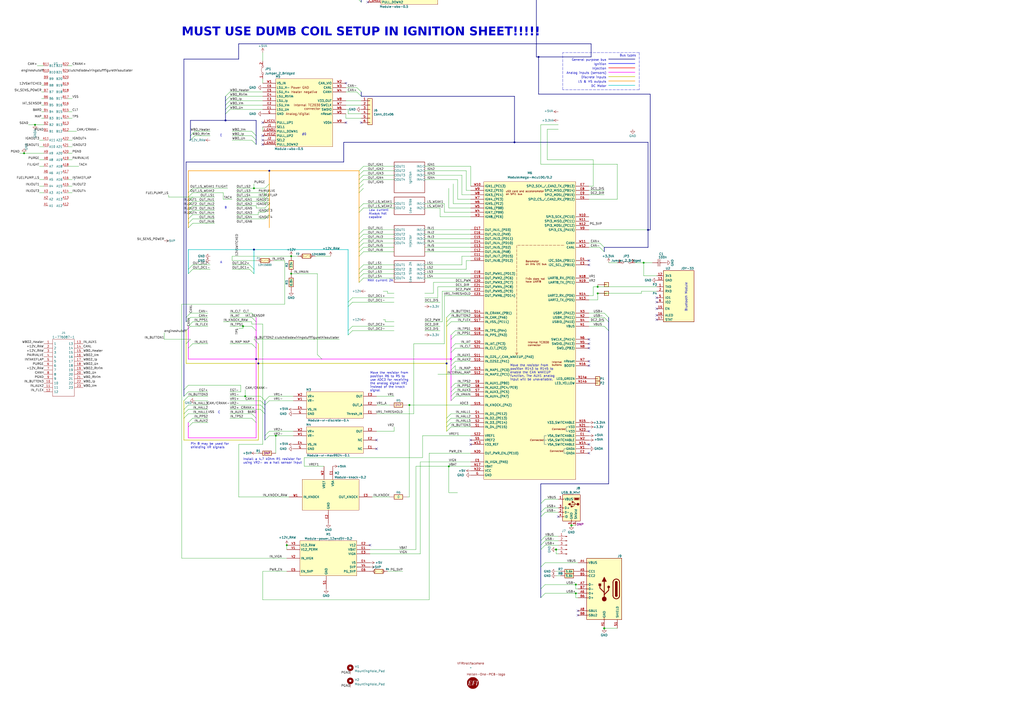
<source format=kicad_sch>
(kicad_sch (version 20230121) (generator eeschema)
  (paper "A2")
  (junction (at 147.32 144.78))
  (junction (at 142.24 229.87))
  (junction (at 140.97 189.23))
  (junction (at 166.37 316.23))
  (junction (at 261.62 208.28) (color 255 0 255 1))
  (junction (at 147.32 109.22))
  (junction (at 168.91 158.75))
  (junction (at 260.35 270.51))
  (junction (at 350.52 364.49) (diameter 1.016))
  (junction (at 331.47 304.8) (diameter 1.016))
  (junction (at 259.08 210.82))
  (junction (at 375.92 133.35))
  (junction (at 373.38 152.4))
  (junction (at 346.71 170.18))
  (junction (at 191.77 -12.7))
  (junction (at 322.58 318.77) (diameter 1.016))
  (junction (at 334.01 344.17))
  (junction (at 20.32 72.39))
  (junction (at 312.42 33.02))
  (junction (at 346.71 166.37))
  (junction (at 156.21 99.06))
  (junction (at 149.86 210.82))
  (junction (at 160.02 252.73))
  (junction (at 148.59 208.28))
  (junction (at 168.91 148.59))
  (junction (at 13.97 88.9))
  (junction (at 270.51 -27.94))
  (junction (at 334.01 339.09))
  (junction (at 237.49 234.95))
  (junction (at 130.81 69.85))
  (junction (at 298.45 82.55))
  (no_connect (at 200.66 71.12))
  (no_connect (at 341.63 199.39))
  (no_connect (at 261.62 -34.29))
  (no_connect (at 152.4 71.12))
  (no_connect (at 341.63 250.19))
  (no_connect (at 381 182.88))
  (no_connect (at 273.05 257.81))
  (no_connect (at 335.28 356.87))
  (no_connect (at 218.44 260.35))
  (no_connect (at 200.66 48.26))
  (no_connect (at 341.63 196.85))
  (no_connect (at 341.63 201.93))
  (no_connect (at 341.63 209.55))
  (no_connect (at 152.4 81.28))
  (no_connect (at 218.44 255.27))
  (no_connect (at 213.36 -11.43))
  (no_connect (at 209.55 71.12))
  (no_connect (at 214.63 316.23))
  (no_connect (at 270.51 -11.43))
  (no_connect (at 261.62 -11.43))
  (no_connect (at 323.85 299.72))
  (no_connect (at 213.36 -3.81))
  (no_connect (at 381 172.72))
  (no_connect (at 341.63 153.67))
  (no_connect (at 341.63 212.09))
  (no_connect (at 152.4 78.74))
  (no_connect (at 381 179.07))
  (no_connect (at 341.63 257.81))
  (no_connect (at 381 185.42))
  (no_connect (at 152.4 83.82))
  (no_connect (at 213.36 1.27))
  (no_connect (at 341.63 151.13))
  (no_connect (at 381 175.26))
  (no_connect (at 213.36 -1.27))
  (no_connect (at 335.28 354.33))
  (no_connect (at 341.63 262.89))
  (no_connect (at 273.05 255.27))
  (bus_entry (at 264.16 227.33) (size -2.54 2.54))
  (bus_entry (at 133.35 60.96) (size -2.54 2.54))
  (bus_entry (at 207.01 -6.35) (size 2.54 2.54))
  (bus_entry (at 261.62 240.03) (size -2.54 2.54))
  (bus_entry (at 350.52 184.15) (size 2.54 2.54) (stroke (width 0.1524)))
  (bus_entry (at 210.82 96.52) (size -2.54 2.54))
  (bus_entry (at 210.82 143.51) (size -2.54 2.54))
  (bus_entry (at 156.21 118.11) (size -2.54 2.54))
  (bus_entry (at 109.22 229.87) (size -2.54 2.54))
  (bus_entry (at 111.76 199.39) (size -2.54 2.54))
  (bus_entry (at 261.62 245.11) (size -2.54 2.54))
  (bus_entry (at 110.49 196.85) (size -2.54 2.54))
  (bus_entry (at 261.62 247.65) (size -2.54 2.54))
  (bus_entry (at 210.82 118.11) (size -2.54 2.54))
  (bus_entry (at 316.23 339.09) (size -2.54 2.54) (stroke (width 0.1524)))
  (bus_entry (at 210.82 153.67) (size -2.54 2.54))
  (bus_entry (at 156.21 124.46) (size -2.54 2.54))
  (bus_entry (at 156.21 106.68) (size -2.54 2.54))
  (bus_entry (at 264.16 224.79) (size -2.54 2.54))
  (bus_entry (at 347.98 140.97) (size 2.54 2.54))
  (bus_entry (at 144.78 153.67) (size 2.54 2.54))
  (bus_entry (at 113.03 76.2) (size -2.54 2.54))
  (bus_entry (at 194.31 -21.59) (size -2.54 2.54))
  (bus_entry (at 111.76 127) (size -2.54 2.54))
  (bus_entry (at 111.76 116.84) (size -2.54 2.54))
  (bus_entry (at 146.05 189.23) (size 2.54 2.54))
  (bus_entry (at 264.16 222.25) (size -2.54 2.54))
  (bus_entry (at 151.13 237.49) (size 2.54 2.54))
  (bus_entry (at 316.23 344.17) (size -2.54 2.54) (stroke (width 0.1524)))
  (bus_entry (at 110.49 184.15) (size -2.54 2.54))
  (bus_entry (at 146.05 76.2) (size 2.54 2.54))
  (bus_entry (at 146.05 199.39) (size 2.54 2.54))
  (bus_entry (at 264.16 201.93) (size -2.54 2.54))
  (bus_entry (at 146.05 181.61) (size 2.54 2.54))
  (bus_entry (at 111.76 111.76) (size -2.54 2.54))
  (bus_entry (at 146.05 81.28) (size 2.54 2.54))
  (bus_entry (at 210.82 146.05) (size -2.54 2.54))
  (bus_entry (at 109.22 234.95) (size -2.54 2.54))
  (bus_entry (at 109.22 227.33) (size -2.54 2.54))
  (bus_entry (at 207.01 53.34) (size 2.54 2.54))
  (bus_entry (at 156.21 110.49) (size -2.54 2.54))
  (bus_entry (at 111.76 109.22) (size -2.54 2.54))
  (bus_entry (at 210.82 156.21) (size -2.54 2.54))
  (bus_entry (at 316.23 311.15) (size -2.54 2.54))
  (bus_entry (at 267.97 -31.75) (size 2.54 2.54))
  (bus_entry (at 110.49 189.23) (size -2.54 2.54))
  (bus_entry (at 194.31 -24.13) (size -2.54 2.54))
  (bus_entry (at 204.47 175.26) (size -2.54 2.54))
  (bus_entry (at 316.23 297.18) (size -2.54 2.54))
  (bus_entry (at 111.76 153.67) (size -2.54 2.54))
  (bus_entry (at 261.62 181.61) (size -2.54 2.54))
  (bus_entry (at 207.01 50.8) (size 2.54 2.54))
  (bus_entry (at 316.23 316.23) (size -2.54 2.54))
  (bus_entry (at 184.15 205.74) (size 2.54 2.54))
  (bus_entry (at 210.82 99.06) (size -2.54 2.54))
  (bus_entry (at 111.76 129.54) (size -2.54 2.54))
  (bus_entry (at 156.21 113.03) (size -2.54 2.54))
  (bus_entry (at 267.97 -29.21) (size 2.54 2.54))
  (bus_entry (at 111.76 124.46) (size -2.54 2.54))
  (bus_entry (at 264.16 207.01) (size -2.54 2.54))
  (bus_entry (at 350.52 181.61) (size 2.54 2.54) (stroke (width 0.1524)))
  (bus_entry (at 194.31 -29.21) (size -2.54 2.54))
  (bus_entry (at 194.31 -26.67) (size -2.54 2.54))
  (bus_entry (at 204.47 172.72) (size -2.54 2.54))
  (bus_entry (at 204.47 191.77) (size -2.54 2.54))
  (bus_entry (at 156.21 252.73) (size -2.54 2.54))
  (bus_entry (at 133.35 63.5) (size -2.54 2.54))
  (bus_entry (at 264.16 212.09) (size -2.54 2.54))
  (bus_entry (at 111.76 121.92) (size -2.54 2.54))
  (bus_entry (at 146.05 240.03) (size 2.54 2.54))
  (bus_entry (at 147.32 196.85) (size 2.54 2.54))
  (bus_entry (at 261.62 184.15) (size -2.54 2.54))
  (bus_entry (at 111.76 186.69) (size -2.54 2.54))
  (bus_entry (at 350.52 189.23) (size 2.54 2.54) (stroke (width 0.1524)))
  (bus_entry (at 146.05 242.57) (size 2.54 2.54))
  (bus_entry (at 156.21 250.19) (size -2.54 2.54))
  (bus_entry (at 261.62 186.69) (size -2.54 2.54))
  (bus_entry (at 264.16 194.31) (size -2.54 2.54))
  (bus_entry (at 210.82 104.14) (size -2.54 2.54))
  (bus_entry (at 316.23 289.56) (size -2.54 2.54))
  (bus_entry (at 210.82 158.75) (size -2.54 2.54))
  (bus_entry (at 151.13 232.41) (size 2.54 2.54))
  (bus_entry (at 111.76 242.57) (size -2.54 2.54))
  (bus_entry (at 210.82 140.97) (size -2.54 2.54))
  (bus_entry (at 144.78 156.21) (size 2.54 2.54))
  (bus_entry (at 210.82 138.43) (size -2.54 2.54))
  (bus_entry (at 210.82 109.22) (size -2.54 2.54))
  (bus_entry (at 264.16 229.87) (size -2.54 2.54))
  (bus_entry (at 173.99 -6.35) (size -2.54 2.54))
  (bus_entry (at 210.82 101.6) (size -2.54 2.54))
  (bus_entry (at 264.16 209.55) (size -2.54 2.54))
  (bus_entry (at 133.35 58.42) (size -2.54 2.54))
  (bus_entry (at 264.16 191.77) (size -2.54 2.54))
  (bus_entry (at 156.21 120.65) (size -2.54 2.54))
  (bus_entry (at 156.21 232.41) (size -2.54 2.54))
  (bus_entry (at 210.82 135.89) (size -2.54 2.54))
  (bus_entry (at 151.13 229.87) (size 2.54 2.54))
  (bus_entry (at 111.76 119.38) (size -2.54 2.54))
  (bus_entry (at 207.01 -3.81) (size 2.54 2.54))
  (bus_entry (at 316.23 326.39) (size -2.54 2.54) (stroke (width 0.1524)))
  (bus_entry (at 113.03 78.74) (size -2.54 2.54))
  (bus_entry (at 207.01 -1.27) (size 2.54 2.54))
  (bus_entry (at 210.82 106.68) (size -2.54 2.54))
  (bus_entry (at 173.99 -3.81) (size -2.54 2.54))
  (bus_entry (at 347.98 143.51) (size 2.54 2.54))
  (bus_entry (at 264.16 199.39) (size -2.54 2.54))
  (bus_entry (at 111.76 156.21) (size -2.54 2.54))
  (bus_entry (at 146.05 78.74) (size 2.54 2.54))
  (bus_entry (at 111.76 245.11) (size -2.54 2.54))
  (bus_entry (at 133.35 53.34) (size -2.54 2.54))
  (bus_entry (at 156.21 115.57) (size -2.54 2.54))
  (bus_entry (at 261.62 242.57) (size -2.54 2.54))
  (bus_entry (at 109.22 223.52) (size -2.54 2.54))
  (bus_entry (at 204.47 189.23) (size -2.54 2.54))
  (bus_entry (at 146.05 184.15) (size 2.54 2.54))
  (bus_entry (at 109.22 240.03) (size -2.54 2.54))
  (bus_entry (at 151.13 234.95) (size 2.54 2.54))
  (bus_entry (at 156.21 229.87) (size -2.54 2.54))
  (bus_entry (at 111.76 114.3) (size -2.54 2.54))
  (bus_entry (at 194.31 -19.05) (size -2.54 2.54))
  (bus_entry (at 109.22 237.49) (size -2.54 2.54))
  (bus_entry (at 133.35 55.88) (size -2.54 2.54))
  (bus_entry (at 210.82 120.65) (size -2.54 2.54))
  (bus_entry (at 210.82 133.35) (size -2.54 2.54))
  (bus_entry (at 110.49 181.61) (size -2.54 2.54))
  (bus_entry (at 316.23 313.69) (size -2.54 2.54))
  (bus_entry (at 316.23 294.64) (size -2.54 2.54))
  (bus_entry (at 210.82 161.29) (size -2.54 2.54))
  (wire (pts (xy 316.23 326.39) (xy 335.28 326.39)))
  (wire (pts (xy 120.65 186.69) (xy 111.76 186.69)))
  (wire (pts (xy 256.54 168.91) (xy 273.05 168.91)))
  (wire (pts (xy 223.52 186.69) (xy 228.6 186.69)))
  (bus (pts (xy 368.3 46.99) (xy 353.06 46.99)) (stroke (width 0.3048) (color 255 153 0 1)))
  (wire (pts (xy 134.62 76.2) (xy 146.05 76.2)))
  (wire (pts (xy 44.45 76.2) (xy 39.37 76.2)))
  (wire (pts (xy 129.54 186.69) (xy 146.05 186.69)))
  (wire (pts (xy 182.88 148.59) (xy 191.77 148.59)))
  (wire (pts (xy 261.62 -19.05) (xy 262.89 -19.05)))
  (bus (pts (xy 313.69 280.67) (xy 313.69 292.1)))
  (wire (pts (xy 200.66 66.04) (xy 200.66 68.58)))
  (wire (pts (xy 195.58 -3.81) (xy 207.01 -3.81)))
  (bus (pts (xy 313.69 316.23) (xy 313.69 318.77)))
  (bus (pts (xy 109.22 156.21) (xy 109.22 144.78)) (stroke (width 0) (color 0 194 194 1)))
  (wire (pts (xy 322.58 318.77) (xy 323.85 318.77)))
  (wire (pts (xy 214.63 318.77) (xy 241.3 318.77)))
  (wire (pts (xy 322.58 331.47) (xy 325.12 331.47)))
  (bus (pts (xy 313.69 280.67) (xy 353.06 280.67)))
  (wire (pts (xy 267.97 113.03) (xy 273.05 113.03)))
  (bus (pts (xy 259.08 242.57) (xy 259.08 245.11)) (stroke (width 0) (color 194 194 0 1)))
  (bus (pts (xy 313.69 328.93) (xy 313.69 341.63)))
  (wire (pts (xy 255.27 120.65) (xy 246.38 120.65)))
  (wire (pts (xy 129.54 115.57) (xy 134.62 115.57)))
  (wire (pts (xy 137.16 111.76) (xy 153.67 111.76)))
  (wire (pts (xy 246.38 158.75) (xy 273.05 158.75)))
  (bus (pts (xy 106.68 34.29) (xy 106.68 226.06)))
  (bus (pts (xy 368.3 44.45) (xy 353.06 44.45)) (stroke (width 0.3048) (color 194 194 0 1)))
  (wire (pts (xy 120.65 229.87) (xy 109.22 229.87)))
  (bus (pts (xy 208.28 135.89) (xy 208.28 138.43)) (stroke (width 0) (color 255 153 0 1)))
  (wire (pts (xy 24.13 64.77) (xy 25.4 64.77)))
  (wire (pts (xy 105.41 176.53) (xy 165.1 176.53)))
  (bus (pts (xy 375.92 133.35) (xy 375.92 82.55)))
  (wire (pts (xy 153.67 120.65) (xy 148.59 120.65)))
  (wire (pts (xy 256.54 186.69) (xy 256.54 168.91)))
  (wire (pts (xy 193.04 -34.29) (xy 199.39 -34.29)))
  (bus (pts (xy 350.52 143.51) (xy 375.92 143.51)))
  (wire (pts (xy 344.17 107.95) (xy 344.17 92.71)))
  (wire (pts (xy 273.05 125.73) (xy 255.27 125.73)))
  (wire (pts (xy 111.76 114.3) (xy 124.46 114.3)))
  (wire (pts (xy 261.62 247.65) (xy 273.05 247.65)))
  (bus (pts (xy 208.28 104.14) (xy 208.28 106.68)) (stroke (width 0) (color 255 153 0 1)))
  (wire (pts (xy 267.97 101.6) (xy 267.97 113.03)))
  (bus (pts (xy 156.21 113.03) (xy 156.21 115.57)) (stroke (width 0) (color 255 153 0 1)))
  (wire (pts (xy 152.4 347.98) (xy 248.92 347.98)))
  (wire (pts (xy 246.38 96.52) (xy 273.05 96.52)))
  (wire (pts (xy 264.16 214.63) (xy 264.16 212.09)))
  (wire (pts (xy 41.91 57.15) (xy 39.37 57.15)))
  (wire (pts (xy 341.63 173.99) (xy 346.71 173.99)))
  (bus (pts (xy 208.28 143.51) (xy 208.28 146.05)) (stroke (width 0) (color 255 153 0 1)))
  (polyline (pts (xy 370.84 30.48) (xy 326.39 30.48)) (stroke (width 0) (type dash)))
  (bus (pts (xy 153.67 234.95) (xy 153.67 237.49)))
  (wire (pts (xy 334.01 344.17) (xy 316.23 344.17)))
  (wire (pts (xy 210.82 120.65) (xy 228.6 120.65)))
  (wire (pts (xy 120.65 245.11) (xy 111.76 245.11)))
  (wire (pts (xy 260.35 285.75) (xy 265.43 285.75)))
  (bus (pts (xy 377.19 54.61) (xy 377.19 133.35)))
  (wire (pts (xy 200.66 58.42) (xy 209.55 58.42)))
  (bus (pts (xy 109.22 189.23) (xy 109.22 201.93)) (stroke (width 0) (color 255 0 255 1)))
  (bus (pts (xy 156.21 118.11) (xy 156.21 120.65)) (stroke (width 0) (color 255 153 0 1)))
  (bus (pts (xy 130.81 66.04) (xy 130.81 69.85)))
  (wire (pts (xy 218.44 240.03) (xy 240.03 240.03)))
  (wire (pts (xy 368.3 152.4) (xy 373.38 152.4)))
  (wire (pts (xy 223.52 185.42) (xy 223.52 186.69)))
  (wire (pts (xy 264.16 207.01) (xy 273.05 207.01)))
  (wire (pts (xy 24.13 68.58) (xy 25.4 68.58)))
  (wire (pts (xy 210.82 99.06) (xy 228.6 99.06)))
  (bus (pts (xy 208.28 106.68) (xy 208.28 109.22)) (stroke (width 0) (color 255 153 0 1)))
  (bus (pts (xy 191.77 -21.59) (xy 191.77 -19.05)))
  (wire (pts (xy 160.02 252.73) (xy 170.18 252.73)))
  (wire (pts (xy 195.58 -1.27) (xy 207.01 -1.27)))
  (wire (pts (xy 152.4 187.96) (xy 152.4 257.81)))
  (wire (pts (xy 372.11 168.91) (xy 372.11 170.18)))
  (wire (pts (xy 372.11 168.91) (xy 381 168.91)))
  (polyline (pts (xy 370.84 52.07) (xy 326.39 52.07)) (stroke (width 0) (type dash)))
  (wire (pts (xy 246.38 140.97) (xy 273.05 140.97)))
  (bus (pts (xy 199.39 82.55) (xy 199.39 93.98)))
  (wire (pts (xy 140.97 190.5) (xy 140.97 189.23)))
  (wire (pts (xy 120.65 181.61) (xy 110.49 181.61)))
  (bus (pts (xy 259.08 189.23) (xy 259.08 210.82)) (stroke (width 0) (color 194 194 0 1)))
  (wire (pts (xy 138.43 190.5) (xy 140.97 190.5)))
  (bus (pts (xy 109.22 144.78) (xy 147.32 144.78)) (stroke (width 0) (color 0 194 194 1)))
  (wire (pts (xy 109.22 114.3) (xy 111.76 114.3)))
  (wire (pts (xy 210.82 135.89) (xy 228.6 135.89)))
  (wire (pts (xy 24.13 60.96) (xy 25.4 60.96)))
  (wire (pts (xy 251.46 170.18) (xy 251.46 163.83)))
  (bus (pts (xy 156.21 124.46) (xy 156.21 132.08)) (stroke (width 0) (color 255 153 0 1)))
  (wire (pts (xy 251.46 163.83) (xy 273.05 163.83)))
  (wire (pts (xy 182.88 -6.35) (xy 173.99 -6.35)))
  (bus (pts (xy 208.28 99.06) (xy 156.21 99.06)) (stroke (width 0) (color 255 153 0 1)))
  (bus (pts (xy 148.59 242.57) (xy 148.59 245.11)) (stroke (width 0) (color 255 0 255 1)))
  (wire (pts (xy 160.02 252.73) (xy 160.02 262.89)))
  (wire (pts (xy 204.47 191.77) (xy 228.6 191.77)))
  (wire (pts (xy 270.51 156.21) (xy 270.51 151.13)))
  (wire (pts (xy 20.32 72.39) (xy 25.4 72.39)))
  (bus (pts (xy 209.55 -1.27) (xy 209.55 1.27)))
  (wire (pts (xy 246.38 143.51) (xy 273.05 143.51)))
  (wire (pts (xy 149.86 123.19) (xy 153.67 123.19)))
  (wire (pts (xy 341.63 189.23) (xy 350.52 189.23)))
  (wire (pts (xy 240.03 199.39) (xy 257.81 199.39)))
  (wire (pts (xy 347.98 140.97) (xy 341.63 140.97)))
  (wire (pts (xy 22.86 85.09) (xy 25.4 85.09)))
  (bus (pts (xy 313.69 292.1) (xy 313.69 297.18)))
  (wire (pts (xy 226.06 288.29) (xy 215.9 288.29)))
  (wire (pts (xy 246.38 170.18) (xy 251.46 170.18)))
  (wire (pts (xy 241.3 270.51) (xy 260.35 270.51)))
  (wire (pts (xy 260.35 270.51) (xy 273.05 270.51)))
  (wire (pts (xy 264.16 227.33) (xy 273.05 227.33)))
  (wire (pts (xy 323.85 311.15) (xy 316.23 311.15)))
  (bus (pts (xy 109.22 111.76) (xy 109.22 114.3)) (stroke (width 0) (color 255 153 0 1)))
  (wire (pts (xy 344.17 92.71) (xy 317.5 92.71)))
  (bus (pts (xy 191.77 -26.67) (xy 191.77 -24.13)))
  (bus (pts (xy 109.22 201.93) (xy 109.22 208.28)) (stroke (width 0) (color 255 0 255 1)))
  (wire (pts (xy 240.03 240.03) (xy 240.03 199.39)))
  (wire (pts (xy 147.32 106.68) (xy 147.32 109.22)))
  (wire (pts (xy 265.43 104.14) (xy 265.43 115.57)))
  (wire (pts (xy 218.44 234.95) (xy 226.06 234.95)))
  (bus (pts (xy 298.45 55.88) (xy 298.45 82.55)))
  (wire (pts (xy 246.38 153.67) (xy 267.97 153.67)))
  (bus (pts (xy 109.22 124.46) (xy 109.22 127)) (stroke (width 0) (color 255 153 0 1)))
  (bus (pts (xy 148.59 186.69) (xy 148.59 191.77)) (stroke (width 0) (color 255 0 255 1)))
  (wire (pts (xy 262.89 -16.51) (xy 270.51 -16.51)))
  (wire (pts (xy 134.62 151.13) (xy 148.59 151.13)))
  (bus (pts (xy 138.43 25.4) (xy 342.9 25.4)))
  (wire (pts (xy 16.51 72.39) (xy 20.32 72.39)))
  (bus (pts (xy 311.15 -27.94) (xy 311.15 33.02)))
  (wire (pts (xy 195.58 -6.35) (xy 207.01 -6.35)))
  (wire (pts (xy 133.35 237.49) (xy 151.13 237.49)))
  (wire (pts (xy 152.4 35.56) (xy 152.4 30.48)))
  (wire (pts (xy 262.89 118.11) (xy 273.05 118.11)))
  (wire (pts (xy 140.97 189.23) (xy 146.05 189.23)))
  (wire (pts (xy 133.35 229.87) (xy 142.24 229.87)))
  (wire (pts (xy 358.14 95.25) (xy 313.69 95.25)))
  (wire (pts (xy 246.38 189.23) (xy 255.27 189.23)))
  (wire (pts (xy 129.54 111.76) (xy 129.54 115.57)))
  (wire (pts (xy 346.71 166.37) (xy 381 166.37)))
  (bus (pts (xy 208.28 120.65) (xy 208.28 123.19)) (stroke (width 0) (color 255 153 0 1)))
  (wire (pts (xy 21.59 38.1) (xy 25.4 38.1)))
  (wire (pts (xy 254 166.37) (xy 273.05 166.37)))
  (wire (pts (xy 353.06 152.4) (xy 358.14 152.4)))
  (bus (pts (xy 208.28 146.05) (xy 208.28 148.59)) (stroke (width 0) (color 255 153 0 1)))
  (wire (pts (xy 261.62 181.61) (xy 273.05 181.61)))
  (wire (pts (xy 110.49 189.23) (xy 120.65 189.23)))
  (wire (pts (xy 261.62 -21.59) (xy 270.51 -21.59)))
  (wire (pts (xy 133.35 55.88) (xy 152.4 55.88)))
  (wire (pts (xy 254 217.17) (xy 273.05 217.17)))
  (wire (pts (xy 346.71 165.1) (xy 346.71 166.37)))
  (bus (pts (xy 148.59 69.85) (xy 130.81 69.85)))
  (wire (pts (xy 200.66 63.5) (xy 201.93 63.5)))
  (bus (pts (xy 209.55 -12.7) (xy 209.55 -3.81)))
  (wire (pts (xy 344.17 171.45) (xy 341.63 171.45)))
  (wire (pts (xy 237.49 234.95) (xy 273.05 234.95)))
  (wire (pts (xy 133.35 181.61) (xy 146.05 181.61)))
  (bus (pts (xy 156.21 106.68) (xy 156.21 110.49)) (stroke (width 0) (color 255 153 0 1)))
  (bus (pts (xy 130.81 58.42) (xy 130.81 60.96)))
  (wire (pts (xy 120.65 199.39) (xy 111.76 199.39)))
  (wire (pts (xy 194.31 -19.05) (xy 213.36 -19.05)))
  (wire (pts (xy 341.63 115.57) (xy 358.14 115.57)))
  (bus (pts (xy 186.69 208.28) (xy 261.62 208.28)) (stroke (width 0) (color 255 0 255 1)))
  (wire (pts (xy 323.85 316.23) (xy 316.23 316.23)))
  (bus (pts (xy 208.28 123.19) (xy 208.28 135.89)) (stroke (width 0) (color 255 153 0 1)))
  (wire (pts (xy 267.97 153.67) (xy 267.97 148.59)))
  (wire (pts (xy 341.63 110.49) (xy 350.52 110.49)))
  (wire (pts (xy 257.81 118.11) (xy 257.81 123.19)))
  (bus (pts (xy 191.77 -12.7) (xy 171.45 -12.7)))
  (bus (pts (xy 375.92 133.35) (xy 377.19 133.35)))
  (wire (pts (xy 260.35 109.22) (xy 260.35 120.65)))
  (wire (pts (xy 137.16 114.3) (xy 153.67 114.3)))
  (bus (pts (xy 191.77 -24.13) (xy 191.77 -21.59)))
  (wire (pts (xy 246.38 138.43) (xy 273.05 138.43)))
  (wire (pts (xy 224.79 331.47) (xy 233.68 331.47)))
  (bus (pts (xy 171.45 -3.81) (xy 171.45 -1.27)))
  (wire (pts (xy 153.67 111.76) (xy 153.67 113.03)))
  (wire (pts (xy 246.38 172.72) (xy 254 172.72)))
  (wire (pts (xy 39.37 81.28) (xy 41.91 81.28)))
  (wire (pts (xy 168.91 158.75) (xy 184.15 158.75)))
  (wire (pts (xy 210.82 143.51) (xy 228.6 143.51)))
  (wire (pts (xy 210.82 101.6) (xy 228.6 101.6)))
  (wire (pts (xy 267.97 -31.75) (xy 261.62 -31.75)))
  (bus (pts (xy 353.06 184.15) (xy 353.06 186.69)))
  (bus (pts (xy 199.39 93.98) (xy 107.95 93.98)))
  (bus (pts (xy 191.77 -19.05) (xy 191.77 -16.51)))
  (bus (pts (xy 261.62 224.79) (xy 261.62 227.33)) (stroke (width 0) (color 255 0 255 1)))
  (wire (pts (xy 120.65 242.57) (xy 111.76 242.57)))
  (wire (pts (xy 133.35 184.15) (xy 146.05 184.15)))
  (wire (pts (xy 246.38 146.05) (xy 273.05 146.05)))
  (wire (pts (xy 133.35 58.42) (xy 152.4 58.42)))
  (wire (pts (xy 137.16 119.38) (xy 148.59 119.38)))
  (wire (pts (xy 257.81 123.19) (xy 273.05 123.19)))
  (wire (pts (xy 262.89 -19.05) (xy 262.89 -16.51)))
  (bus (pts (xy 209.55 55.88) (xy 298.45 55.88)))
  (bus (pts (xy 109.22 114.3) (xy 109.22 116.84)) (stroke (width 0) (color 255 153 0 1)))
  (bus (pts (xy 148.59 81.28) (xy 148.59 83.82)))
  (wire (pts (xy 153.67 114.3) (xy 153.67 115.57)))
  (wire (pts (xy 111.76 109.22) (xy 132.08 109.22)))
  (wire (pts (xy 267.97 -29.21) (xy 261.62 -29.21)))
  (bus (pts (xy 259.08 247.65) (xy 259.08 250.19)) (stroke (width 0) (color 194 194 0 1)))
  (wire (pts (xy 95.25 193.04) (xy 95.25 196.85)))
  (wire (pts (xy 142.24 226.06) (xy 142.24 229.87)))
  (wire (pts (xy 207.01 53.34) (xy 200.66 53.34)))
  (wire (pts (xy 194.31 -26.67) (xy 213.36 -26.67)))
  (bus (pts (xy 298.45 82.55) (xy 199.39 82.55)))
  (wire (pts (xy 134.62 156.21) (xy 144.78 156.21)))
  (bus (pts (xy 342.9 33.02) (xy 312.42 33.02)))
  (wire (pts (xy 22.86 107.95) (xy 25.4 107.95)))
  (bus (pts (xy 208.28 148.59) (xy 208.28 156.21)) (stroke (width 0) (color 255 153 0 1)))
  (wire (pts (xy 142.24 229.87) (xy 151.13 229.87)))
  (wire (pts (xy 218.44 229.87) (xy 228.6 229.87)))
  (wire (pts (xy 341.63 113.03) (xy 350.52 113.03)))
  (bus (pts (xy 110.49 69.85) (xy 110.49 78.74)))
  (wire (pts (xy 41.91 38.1) (xy 39.37 38.1)))
  (wire (pts (xy 248.92 262.89) (xy 273.05 262.89)))
  (wire (pts (xy 243.84 321.31) (xy 243.84 267.97)))
  (wire (pts (xy 210.82 104.14) (xy 228.6 104.14)))
  (wire (pts (xy 147.32 109.22) (xy 153.67 109.22)))
  (bus (pts (xy 312.42 54.61) (xy 377.19 54.61)))
  (wire (pts (xy 224.79 168.91) (xy 224.79 170.18)))
  (wire (pts (xy 138.43 288.29) (xy 138.43 257.81)))
  (wire (pts (xy 22.86 92.71) (xy 25.4 92.71)))
  (bus (pts (xy 261.62 209.55) (xy 261.62 212.09)) (stroke (width 0) (color 255 0 255 1)))
  (wire (pts (xy 137.16 116.84) (xy 153.67 116.84)))
  (wire (pts (xy 346.71 170.18) (xy 346.71 173.99)))
  (wire (pts (xy 152.4 347.98) (xy 152.4 331.47)))
  (wire (pts (xy 347.98 143.51) (xy 341.63 143.51)))
  (bus (pts (xy 109.22 121.92) (xy 109.22 124.46)) (stroke (width 0) (color 255 153 0 1)))
  (wire (pts (xy 260.35 270.51) (xy 260.35 285.75)))
  (wire (pts (xy 210.82 133.35) (xy 228.6 133.35)))
  (wire (pts (xy 335.28 341.63) (xy 334.01 341.63)))
  (wire (pts (xy 39.37 104.14) (xy 41.91 104.14)))
  (wire (pts (xy 246.38 101.6) (xy 267.97 101.6)))
  (wire (pts (xy 153.67 116.84) (xy 153.67 118.11)))
  (wire (pts (xy 317.5 74.93) (xy 323.85 74.93)))
  (wire (pts (xy 137.16 124.46) (xy 149.86 124.46)))
  (polyline (pts (xy 370.84 30.48) (xy 370.84 52.07)) (stroke (width 0) (type dash)))
  (wire (pts (xy 133.35 60.96) (xy 152.4 60.96)))
  (bus (pts (xy 201.93 191.77) (xy 201.93 194.31)) (stroke (width 0) (color 0 194 194 1)))
  (bus (pts (xy 149.86 199.39) (xy 149.86 210.82)) (stroke (width 0) (color 194 194 0 1)))
  (wire (pts (xy 209.55 -34.29) (xy 213.36 -34.29)))
  (bus (pts (xy 208.28 101.6) (xy 208.28 104.14)) (stroke (width 0) (color 255 153 0 1)))
  (wire (pts (xy 341.63 107.95) (xy 344.17 107.95)))
  (wire (pts (xy 236.22 288.29) (xy 237.49 288.29)))
  (wire (pts (xy 24.13 49.53) (xy 25.4 49.53)))
  (bus (pts (xy 156.21 115.57) (xy 156.21 118.11)) (stroke (width 0) (color 255 153 0 1)))
  (wire (pts (xy 156.21 232.41) (xy 170.18 232.41)))
  (bus (pts (xy 148.59 184.15) (xy 148.59 186.69)) (stroke (width 0) (color 255 0 255 1)))
  (bus (pts (xy 109.22 99.06) (xy 109.22 111.76)) (stroke (width 0) (color 255 153 0 1)))
  (wire (pts (xy 200.66 60.96) (xy 209.55 60.96)))
  (bus (pts (xy 313.69 297.18) (xy 313.69 299.72)))
  (wire (pts (xy 261.62 240.03) (xy 273.05 240.03)))
  (wire (pts (xy 246.38 156.21) (xy 270.51 156.21)))
  (bus (pts (xy 368.3 34.29) (xy 353.06 34.29)))
  (wire (pts (xy 196.85 196.85) (xy 147.32 196.85)))
  (bus (pts (xy 208.28 156.21) (xy 208.28 158.75)) (stroke (width 0) (color 255 153 0 1)))
  (bus (pts (xy 201.93 175.26) (xy 201.93 177.8)) (stroke (width 0) (color 0 194 194 1)))
  (bus (pts (xy 149.86 255.27) (xy 106.68 255.27)) (stroke (width 0) (color 194 194 0 1)))
  (wire (pts (xy 245.11 265.43) (xy 176.53 265.43)))
  (wire (pts (xy 137.16 127) (xy 153.67 127)))
  (wire (pts (xy 138.43 288.29) (xy 167.64 288.29)))
  (wire (pts (xy 210.82 138.43) (xy 228.6 138.43)))
  (bus (pts (xy 153.67 255.27) (xy 153.67 252.73)))
  (wire (pts (xy 111.76 111.76) (xy 129.54 111.76)))
  (wire (pts (xy 261.62 242.57) (xy 273.05 242.57)))
  (wire (pts (xy 257.81 171.45) (xy 273.05 171.45)))
  (bus (pts (xy 261.62 229.87) (xy 261.62 232.41)) (stroke (width 0) (color 255 0 255 1)))
  (wire (pts (xy 323.85 313.69) (xy 316.23 313.69)))
  (bus (pts (xy 109.22 127) (xy 109.22 129.54)) (stroke (width 0) (color 255 153 0 1)))
  (wire (pts (xy 39.37 92.71) (xy 41.91 92.71)))
  (wire (pts (xy 156.21 252.73) (xy 160.02 252.73)))
  (wire (pts (xy 322.58 334.01) (xy 325.12 334.01)))
  (bus (pts (xy 130.81 55.88) (xy 130.81 58.42)))
  (wire (pts (xy 265.43 115.57) (xy 273.05 115.57)))
  (wire (pts (xy 246.38 99.06) (xy 270.51 99.06)))
  (wire (pts (xy 260.35 120.65) (xy 273.05 120.65)))
  (wire (pts (xy 176.53 270.51) (xy 187.96 270.51)))
  (wire (pts (xy 41.91 64.77) (xy 39.37 64.77)))
  (wire (pts (xy 124.46 116.84) (xy 111.76 116.84)))
  (bus (pts (xy 208.28 161.29) (xy 208.28 163.83)) (stroke (width 0) (color 255 153 0 1)))
  (wire (pts (xy 134.62 148.59) (xy 134.62 151.13)))
  (bus (pts (xy 342.9 25.4) (xy 342.9 33.02)))
  (bus (pts (xy 147.32 144.78) (xy 201.93 144.78)) (stroke (width 0) (color 0 194 194 1)))
  (wire (pts (xy 204.47 189.23) (xy 228.6 189.23)))
  (wire (pts (xy 214.63 321.31) (xy 243.84 321.31)))
  (bus (pts (xy 153.67 232.41) (xy 153.67 234.95)))
  (wire (pts (xy 210.82 146.05) (xy 228.6 146.05)))
  (wire (pts (xy 373.38 152.4) (xy 373.38 160.02)))
  (wire (pts (xy 22.86 104.14) (xy 25.4 104.14)))
  (wire (pts (xy 105.41 323.85) (xy 105.41 176.53)))
  (wire (pts (xy 241.3 318.77) (xy 241.3 270.51)))
  (wire (pts (xy 152.4 45.72) (xy 152.4 48.26)))
  (wire (pts (xy 322.58 321.31) (xy 322.58 318.77)))
  (wire (pts (xy 133.35 199.39) (xy 146.05 199.39)))
  (wire (pts (xy 264.16 229.87) (xy 273.05 229.87)))
  (wire (pts (xy 134.62 78.74) (xy 146.05 78.74)))
  (wire (pts (xy 24.13 57.15) (xy 25.4 57.15)))
  (wire (pts (xy 133.35 63.5) (xy 152.4 63.5)))
  (bus (pts (xy 261.62 204.47) (xy 261.62 208.28)) (stroke (width 0) (color 255 0 255 1)))
  (wire (pts (xy 228.6 247.65) (xy 228.6 250.19)))
  (wire (pts (xy 237.49 234.95) (xy 237.49 288.29)))
  (bus (pts (xy 259.08 186.69) (xy 259.08 189.23)) (stroke (width 0) (color 194 194 0 1)))
  (wire (pts (xy 133.35 53.34) (xy 152.4 53.34)))
  (wire (pts (xy 222.25 168.91) (xy 224.79 168.91)))
  (wire (pts (xy 334.01 339.09) (xy 316.23 339.09)))
  (wire (pts (xy 166.37 316.23) (xy 166.37 318.77)))
  (wire (pts (xy 39.37 88.9) (xy 41.91 88.9)))
  (bus (pts (xy 368.3 49.53) (xy 353.06 49.53)) (stroke (width 0.3048) (color 0 194 194 1)))
  (wire (pts (xy 313.69 95.25) (xy 313.69 72.39)))
  (bus (pts (xy 208.28 99.06) (xy 208.28 101.6)) (stroke (width 0) (color 255 153 0 1)))
  (bus (pts (xy 148.59 69.85) (xy 148.59 78.74)))
  (bus (pts (xy 130.81 60.96) (xy 130.81 63.5)))
  (bus (pts (xy 156.21 120.65) (xy 156.21 124.46)) (stroke (width 0) (color 255 153 0 1)))
  (wire (pts (xy 246.38 104.14) (xy 265.43 104.14)))
  (wire (pts (xy 39.37 111.76) (xy 41.91 111.76)))
  (wire (pts (xy 248.92 347.98) (xy 248.92 262.89)))
  (wire (pts (xy 22.86 96.52) (xy 25.4 96.52)))
  (bus (pts (xy 109.22 158.75) (xy 109.22 156.21)) (stroke (width 0) (color 0 194 194 1)))
  (wire (pts (xy 358.14 364.49) (xy 350.52 364.49)))
  (wire (pts (xy 344.17 166.37) (xy 346.71 166.37)))
  (wire (pts (xy 97.79 113.03) (xy 97.79 114.3)))
  (wire (pts (xy 264.16 191.77) (xy 273.05 191.77)))
  (bus (pts (xy 107.95 184.15) (xy 107.95 186.69)))
  (bus (pts (xy 191.77 -16.51) (xy 191.77 -12.7)))
  (wire (pts (xy 257.81 199.39) (xy 257.81 171.45)))
  (wire (pts (xy 313.69 72.39) (xy 323.85 72.39)))
  (bus (pts (xy 270.51 -29.21) (xy 270.51 -27.94)))
  (wire (pts (xy 264.16 194.31) (xy 273.05 194.31)))
  (bus (pts (xy 148.59 208.28) (xy 148.59 242.57)) (stroke (width 0) (color 255 0 255 1)))
  (bus (pts (xy 368.3 39.37) (xy 353.06 39.37)) (stroke (width 0.3048) (color 255 0 0 1)))
  (wire (pts (xy 121.92 156.21) (xy 111.76 156.21)))
  (wire (pts (xy 344.17 166.37) (xy 344.17 171.45)))
  (wire (pts (xy 341.63 184.15) (xy 350.52 184.15)))
  (polyline (pts (xy 326.39 52.07) (xy 326.39 30.48)) (stroke (width 0) (type dash)))
  (wire (pts (xy 264.16 224.79) (xy 273.05 224.79)))
  (wire (pts (xy 264.16 201.93) (xy 273.05 201.93)))
  (wire (pts (xy 267.97 148.59) (xy 273.05 148.59)))
  (bus (pts (xy 261.62 227.33) (xy 261.62 229.87)) (stroke (width 0) (color 255 0 255 1)))
  (wire (pts (xy 41.91 68.58) (xy 39.37 68.58)))
  (wire (pts (xy 246.38 135.89) (xy 273.05 135.89)))
  (wire (pts (xy 222.25 185.42) (xy 223.52 185.42)))
  (bus (pts (xy 109.22 129.54) (xy 109.22 132.08)) (stroke (width 0) (color 255 153 0 1)))
  (bus (pts (xy 148.59 208.28) (xy 186.69 208.28)) (stroke (width 0) (color 255 0 255 1)))
  (bus (pts (xy 353.06 186.69) (xy 353.06 191.77)))
  (wire (pts (xy 204.47 172.72) (xy 228.6 172.72)))
  (wire (pts (xy 341.63 186.69) (xy 350.52 186.69)))
  (wire (pts (xy 133.35 234.95) (xy 151.13 234.95)))
  (wire (pts (xy 97.79 114.3) (xy 109.22 114.3)))
  (bus (pts (xy 106.68 229.87) (xy 106.68 226.06)))
  (bus (pts (xy 375.92 143.51) (xy 375.92 133.35)))
  (wire (pts (xy 335.28 339.09) (xy 334.01 339.09)))
  (wire (pts (xy 39.37 96.52) (xy 45.72 96.52)))
  (bus (pts (xy 109.22 116.84) (xy 109.22 119.38)) (stroke (width 0) (color 255 153 0 1)))
  (wire (pts (xy 39.37 107.95) (xy 41.91 107.95)))
  (wire (pts (xy 261.62 -16.51) (xy 261.62 -13.97)))
  (wire (pts (xy 39.37 85.09) (xy 41.91 85.09)))
  (wire (pts (xy 194.31 -29.21) (xy 213.36 -29.21)))
  (bus (pts (xy 368.3 41.91) (xy 353.06 41.91)) (stroke (width 0.3048) (color 255 0 255 1)))
  (bus (pts (xy 259.08 245.11) (xy 259.08 247.65)) (stroke (width 0) (color 194 194 0 1)))
  (wire (pts (xy 341.63 181.61) (xy 350.52 181.61)))
  (wire (pts (xy 152.4 331.47) (xy 166.37 331.47)))
  (wire (pts (xy 138.43 257.81) (xy 152.4 257.81)))
  (wire (pts (xy 341.63 133.35) (xy 375.92 133.35)))
  (bus (pts (xy 107.95 191.77) (xy 107.95 199.39)) (stroke (width 0) (color 194 194 0 1)))
  (bus (pts (xy 261.62 196.85) (xy 261.62 201.93)) (stroke (width 0) (color 255 0 255 1)))
  (wire (pts (xy 134.62 153.67) (xy 144.78 153.67)))
  (wire (pts (xy 224.79 170.18) (xy 228.6 170.18)))
  (bus (pts (xy 106.68 242.57) (xy 106.68 255.27)) (stroke (width 0) (color 194 194 0 1)))
  (bus (pts (xy 109.22 208.28) (xy 148.59 208.28)) (stroke (width 0) (color 255 0 255 1)))
  (wire (pts (xy 317.5 92.71) (xy 317.5 74.93)))
  (wire (pts (xy 334.01 341.63) (xy 334.01 339.09)))
  (bus (pts (xy 313.69 318.77) (xy 313.69 328.93)))
  (bus (pts (xy 313.69 299.72) (xy 313.69 313.69)))
  (wire (pts (xy 133.35 242.57) (xy 146.05 242.57)))
  (wire (pts (xy 270.51 151.13) (xy 273.05 151.13)))
  (bus (pts (xy 138.43 34.29) (xy 138.43 25.4)))
  (wire (pts (xy 109.22 223.52) (xy 139.7 223.52)))
  (wire (pts (xy 105.41 323.85) (xy 166.37 323.85)))
  (wire (pts (xy 335.28 344.17) (xy 334.01 344.17)))
  (wire (pts (xy 270.51 99.06) (xy 270.51 110.49)))
  (wire (pts (xy 134.62 148.59) (xy 168.91 148.59)))
  (wire (pts (xy 184.15 158.75) (xy 184.15 205.74)))
  (wire (pts (xy 133.35 189.23) (xy 140.97 189.23)))
  (bus (pts (xy 149.86 210.82) (xy 149.86 255.27)) (stroke (width 0) (color 194 194 0 1)))
  (wire (pts (xy 273.05 214.63) (xy 264.16 214.63)))
  (wire (pts (xy 210.82 118.11) (xy 228.6 118.11)))
  (wire (pts (xy 124.46 121.92) (xy 111.76 121.92)))
  (wire (pts (xy 176.53 265.43) (xy 176.53 270.51)))
  (wire (pts (xy 194.31 -24.13) (xy 213.36 -24.13)))
  (bus (pts (xy 148.59 78.74) (xy 148.59 81.28)))
  (wire (pts (xy 335.28 346.71) (xy 334.01 346.71)))
  (bus (pts (xy 148.59 191.77) (xy 148.59 201.93)) (stroke (width 0) (color 255 0 255 1)))
  (wire (pts (xy 255.27 125.73) (xy 255.27 120.65)))
  (bus (pts (xy 312.42 33.02) (xy 312.42 54.61)))
  (wire (pts (xy 261.62 245.11) (xy 273.05 245.11)))
  (wire (pts (xy 264.16 222.25) (xy 273.05 222.25)))
  (wire (pts (xy 24.13 53.34) (xy 25.4 53.34)))
  (wire (pts (xy 316.23 289.56) (xy 323.85 289.56)))
  (wire (pts (xy 120.65 234.95) (xy 109.22 234.95)))
  (wire (pts (xy 373.38 160.02) (xy 381 160.02)))
  (wire (pts (xy 120.65 184.15) (xy 110.49 184.15)))
  (bus (pts (xy 153.67 252.73) (xy 153.67 240.03)))
  (bus (pts (xy 259.08 210.82) (xy 149.86 210.82)) (stroke (width 0) (color 194 194 0 1)))
  (bus (pts (xy 209.55 53.34) (xy 209.55 55.88)))
  (bus (pts (xy 270.51 -27.94) (xy 311.15 -27.94)))
  (bus (pts (xy 107.95 199.39) (xy 107.95 210.82)) (stroke (width 0) (color 194 194 0 1)))
  (bus (pts (xy 368.3 36.83) (xy 353.06 36.83)) (stroke (width 0.3048) (color 0 0 255 1)))
  (bus (pts (xy 261.62 194.31) (xy 261.62 196.85)) (stroke (width 0) (color 255 0 255 1)))
  (bus (pts (xy 130.81 63.5) (xy 130.81 66.04)))
  (wire (pts (xy 201.93 66.04) (xy 209.55 66.04)))
  (wire (pts (xy 254 172.72) (xy 254 166.37)))
  (wire (pts (xy 113.03 232.41) (xy 120.65 232.41)))
  (wire (pts (xy 264.16 209.55) (xy 273.05 209.55)))
  (wire (pts (xy 334.01 304.8) (xy 331.47 304.8)))
  (wire (pts (xy 148.59 120.65) (xy 148.59 119.38)))
  (bus (pts (xy 147.32 144.78) (xy 147.32 156.21)) (stroke (width 0) (color 0 194 194 1)))
  (wire (pts (xy 124.46 129.54) (xy 111.76 129.54)))
  (bus (pts (xy 148.59 254) (xy 109.22 254)) (stroke (width 0) (color 255 0 255 1)))
  (wire (pts (xy 246.38 175.26) (xy 255.27 175.26)))
  (wire (pts (xy 273.05 96.52) (xy 273.05 107.95)))
  (bus (pts (xy 109.22 247.65) (xy 109.22 254)) (stroke (width 0) (color 255 0 255 1)))
  (wire (pts (xy 261.62 186.69) (xy 273.05 186.69)))
  (wire (pts (xy 133.35 232.41) (xy 151.13 232.41)))
  (bus (pts (xy 110.49 78.74) (xy 110.49 81.28)))
  (wire (pts (xy 11.43 88.9) (xy 13.97 88.9)))
  (wire (pts (xy 204.47 175.26) (xy 228.6 175.26)))
  (wire (pts (xy 323.85 297.18) (xy 316.23 297.18)))
  (wire (pts (xy 148.59 262.89) (xy 149.86 262.89)))
  (bus (pts (xy 109.22 99.06) (xy 156.21 99.06)) (stroke (width 0) (color 255 153 0 1)))
  (bus (pts (xy 106.68 237.49) (xy 106.68 240.03)) (stroke (width 0) (color 194 194 0 1)))
  (wire (pts (xy 246.38 186.69) (xy 256.54 186.69)))
  (bus (pts (xy 106.68 240.03) (xy 106.68 242.57)) (stroke (width 0) (color 194 194 0 1)))
  (bus (pts (xy 107.95 93.98) (xy 107.95 184.15)))
  (bus (pts (xy 148.59 201.93) (xy 148.59 208.28)) (stroke (width 0) (color 255 0 255 1)))
  (wire (pts (xy 245.11 252.73) (xy 273.05 252.73)))
  (bus (pts (xy 109.22 119.38) (xy 109.22 121.92)) (stroke (width 0) (color 255 153 0 1)))
  (wire (pts (xy 213.36 -8.89) (xy 213.36 -6.35)))
  (bus (pts (xy 208.28 111.76) (xy 208.28 120.65)) (stroke (width 0) (color 255 153 0 1)))
  (wire (pts (xy 134.62 81.28) (xy 146.05 81.28)))
  (wire (pts (xy 210.82 96.52) (xy 228.6 96.52)))
  (wire (pts (xy 207.01 50.8) (xy 200.66 50.8)))
  (bus (pts (xy 353.06 280.67) (xy 353.06 191.77)))
  (wire (pts (xy 210.82 153.67) (xy 228.6 153.67)))
  (wire (pts (xy 270.51 110.49) (xy 273.05 110.49)))
  (bus (pts (xy 270.51 -27.94) (xy 270.51 -26.67)))
  (bus (pts (xy 261.62 208.28) (xy 261.62 209.55)) (stroke (width 0) (color 255 0 255 1)))
  (bus (pts (xy 375.92 82.55) (xy 298.45 82.55)))
  (wire (pts (xy 146.05 186.69) (xy 146.05 187.96)))
  (wire (pts (xy 261.62 -13.97) (xy 270.51 -13.97)))
  (wire (pts (xy 323.85 294.64) (xy 316.23 294.64)))
  (wire (pts (xy 372.11 170.18) (xy 346.71 170.18)))
  (wire (pts (xy 158.75 151.13) (xy 165.1 151.13)))
  (wire (pts (xy 182.88 -3.81) (xy 173.99 -3.81)))
  (wire (pts (xy 156.21 250.19) (xy 170.18 250.19)))
  (wire (pts (xy 124.46 127) (xy 111.76 127)))
  (wire (pts (xy 95.25 196.85) (xy 110.49 196.85)))
  (wire (pts (xy 156.21 229.87) (xy 170.18 229.87)))
  (wire (pts (xy 218.44 250.19) (xy 228.6 250.19)))
  (wire (pts (xy 210.82 140.97) (xy 228.6 140.97)))
  (bus (pts (xy 209.55 -3.81) (xy 209.55 -1.27)))
  (wire (pts (xy 210.82 158.75) (xy 228.6 158.75)))
  (bus (pts (xy 313.69 341.63) (xy 313.69 346.71)))
  (wire (pts (xy 22.86 81.28) (xy 25.4 81.28)))
  (bus (pts (xy 261.62 201.93) (xy 261.62 204.47)) (stroke (width 0) (color 255 0 255 1)))
  (bus (pts (xy 261.62 212.09) (xy 261.62 214.63)) (stroke (width 0) (color 255 0 255 1)))
  (wire (pts (xy 121.92 78.74) (xy 113.03 78.74)))
  (wire (pts (xy 149.86 124.46) (xy 149.86 123.19)))
  (wire (pts (xy 133.35 227.33) (xy 139.7 227.33)))
  (wire (pts (xy 261.62 -24.13) (xy 270.51 -24.13)))
  (wire (pts (xy 124.46 119.38) (xy 111.76 119.38)))
  (bus (pts (xy 259.08 210.82) (xy 259.08 242.57)) (stroke (width 0) (color 194 194 0 1)))
  (wire (pts (xy 246.38 161.29) (xy 273.05 161.29)))
  (bus (pts (xy 313.69 313.69) (xy 313.69 316.23)))
  (wire (pts (xy 194.31 -21.59) (xy 213.36 -21.59)))
  (wire (pts (xy 334.01 346.71) (xy 334.01 344.17)))
  (wire (pts (xy 22.86 111.76) (xy 25.4 111.76)))
  (wire (pts (xy 358.14 115.57) (xy 358.14 95.25)))
  (wire (pts (xy 378.46 152.4) (xy 373.38 152.4)))
  (wire (pts (xy 120.65 237.49) (xy 109.22 237.49)))
  (wire (pts (xy 246.38 118.11) (xy 257.81 118.11)))
  (wire (pts (xy 13.97 88.9) (xy 25.4 88.9)))
  (wire (pts (xy 262.89 106.68) (xy 262.89 118.11)))
  (bus (pts (xy 208.28 158.75) (xy 208.28 161.29)) (stroke (width 0) (color 255 153 0 1)))
  (wire (pts (xy 120.65 240.03) (xy 109.22 240.03)))
  (wire (pts (xy 152.4 73.66) (xy 152.4 76.2)))
  (wire (pts (xy 168.91 148.59) (xy 172.72 148.59)))
  (bus (pts (xy 171.45 -12.7) (xy 171.45 -3.81)))
  (bus (pts (xy 106.68 232.41) (xy 106.68 237.49)) (stroke (width 0) (color 194 194 0 1)))
  (bus (pts (xy 156.21 110.49) (xy 156.21 113.03)) (stroke (width 0) (color 255 153 0 1)))
  (wire (pts (xy 200.66 68.58) (xy 209.55 68.58)))
  (wire (pts (xy 165.1 176.53) (xy 165.1 151.13)))
  (bus (pts (xy 109.22 245.11) (xy 109.22 247.65)) (stroke (width 0) (color 255 0 255 1)))
  (bus (pts (xy 153.67 237.49) (xy 153.67 240.03)))
  (bus (pts (xy 148.59 245.11) (xy 148.59 254)) (stroke (width 0) (color 255 0 255 1)))
  (bus (pts (xy 201.93 144.78) (xy 201.93 175.26)) (stroke (width 0) (color 0 194 194 1)))
  (wire (pts (xy 264.16 199.39) (xy 273.05 199.39)))
  (bus (pts (xy 156.21 99.06) (xy 156.21 106.68)) (stroke (width 0) (color 255 153 0 1)))
  (wire (pts (xy 120.65 227.33) (xy 109.22 227.33)))
  (wire (pts (xy 210.82 161.29) (xy 228.6 161.29)))
  (wire (pts (xy 133.35 240.03) (xy 146.05 240.03)))
  (wire (pts (xy 121.92 153.67) (xy 111.76 153.67)))
  (wire (pts (xy 323.85 321.31) (xy 322.58 321.31)))
  (bus (pts (xy 147.32 156.21) (xy 147.32 158.75)) (stroke (width 0) (color 0 194 194 1)))
  (bus (pts (xy 138.43 34.29) (xy 106.68 34.29)))
  (bus (pts (xy 350.52 146.05) (xy 350.52 143.51)))
  (wire (pts (xy 139.7 227.33) (xy 139.7 223.52)))
  (wire (pts (xy 201.93 63.5) (xy 201.93 66.04)))
  (bus (pts (xy 208.28 109.22) (xy 208.28 111.76)) (stroke (width 0) (color 255 153 0 1)))
  (wire (pts (xy 261.62 184.15) (xy 273.05 184.15)))
  (wire (pts (xy 124.46 124.46) (xy 111.76 124.46)))
  (bus (pts (xy 261.62 214.63) (xy 261.62 224.79)) (stroke (width 0) (color 255 0 255 1)))
  (wire (pts (xy 237.49 234.95) (xy 236.22 234.95)))
  (wire (pts (xy 210.82 156.21) (xy 228.6 156.21)))
  (bus (pts (xy 259.08 184.15) (xy 259.08 186.69)) (stroke (width 0) (color 194 194 0 1)))
  (wire (pts (xy 121.92 76.2) (xy 113.03 76.2)))
  (bus (pts (xy 107.95 210.82) (xy 149.86 210.82)) (stroke (width 0) (color 194 194 0 1)))
  (wire (pts (xy 243.84 267.97) (xy 273.05 267.97)))
  (wire (pts (xy 146.05 187.96) (xy 152.4 187.96)))
  (wire (pts (xy 246.38 133.35) (xy 273.05 133.35)))
  (bus (pts (xy 201.93 177.8) (xy 201.93 191.77)) (stroke (width 0) (color 0 194 194 1)))
  (bus (pts (xy 130.81 69.85) (xy 110.49 69.85)))
  (wire (pts (xy 137.16 109.22) (xy 147.32 109.22)))
  (bus (pts (xy 208.28 138.43) (xy 208.28 140.97)) (stroke (width 0) (color 255 153 0 1)))
  (bus (pts (xy 209.55 -12.7) (xy 191.77 -12.7)))
  (bus (pts (xy 311.15 33.02) (xy 312.42 33.02)))
  (bus (pts (xy 208.28 140.97) (xy 208.28 143.51)) (stroke (width 0) (color 255 153 0 1)))
  (wire (pts (xy 245.11 252.73) (xy 245.11 265.43)))
  (wire (pts (xy 246.38 191.77) (xy 255.27 191.77)))
  (text "Bluetooth Module" (at 398.78 163.83 90) (effects (font (size 1.27 1.27)) (justify right bottom)))
  (text "Analog inputs (sensors)" (at 351.79 43.18 0) (effects (font (size 1.27 1.27)) (justify right bottom)))
  (text "E" (at 127.635 79.375 0) (effects (font (size 1.27 1.27)) (justify left bottom)))
  (text "General purpose bus" (at 351.79 35.56 0) (effects (font (size 1.27 1.27)) (justify right bottom)))
  (text "Pin 8 may be used for \nshielding VR signals" (at 110.49 260.35 0) (effects (font (size 1.27 1.27)) (justify left bottom)))
  (text "Discrete inputs" (at 351.79 45.72 0) (effects (font (size 1.27 1.27)) (justify right bottom)))
  (text "Move the resistor from\nposition R143 to R145 to\nenable the CAN WAKEUP\nfunction. The AUX1 analog\ninput will be unavailable." (at 295.91 220.98 0) (effects (font (size 1.27 1.27)) (justify left bottom)))
  (text "E" (at 188.595 -3.175 0) (effects (font (size 1.27 1.27)) (justify left bottom)))
  (text "LS & HS outputs" (at 351.79 48.26 0) (effects (font (size 1.27 1.27)) (justify right bottom)))
  (text "Low current\nAlways hot\ncapable" (at 213.9203 126.8284 0) (effects (font (size 1.27 1.27)) (justify left bottom)))
  (text "#0" (at 238.76 -3.81 0) (effects (font (size 1.27 1.27)) (justify right bottom)))
  (text "MAX current 2A" (at 213.0961 163.5524 0) (effects (font (size 1.27 1.27)) (justify left bottom)))
  (text "A" (at 127.635 153.035 0) (effects (font (size 1.27 1.27)) (justify left bottom)))
  (text "MUST USE DUMB COIL SETUP IN IGNITION SHEET!!!!!" (at 105.41 22.86 0) (effects (font (size 5 5) (thickness 1) bold) (justify left bottom)))
  (text "Move the resistor from\nposition R6 to R5 to\nuse ADC3 for receiving\nthe analog signal VR1\ninstead of the knock\nsignal" (at 214.63 227.33 0) (effects (font (size 1.27 1.27)) (justify left bottom)))
  (text "DC Motor" (at 351.79 50.8 0) (effects (font (size 1.27 1.27)) (justify right bottom)))
  (text "C" (at 126.365 240.03 0) (effects (font (size 1.27 1.27)) (justify left bottom)))
  (text "Injection" (at 351.79 40.64 0) (effects (font (size 1.27 1.27)) (justify right bottom)))
  (text "#0" (at 177.8 78.74 0) (effects (font (size 1.27 1.27)) (justify right bottom)))
  (text "Ignition" (at 351.79 38.1 0) (effects (font (size 1.27 1.27)) (justify right bottom)))
  (text "B" (at 130.175 121.285 0) (effects (font (size 1.27 1.27)) (justify left bottom)))
  (text "Install a 4.7 kOhm R1 resistor for \nusing VR2- as a hall sensor input" (at 140.97 269.24 0) (effects (font (size 1.27 1.27)) (justify left bottom)))
  (text "Bus types" (at 359.41 33.02 0) (effects (font (size 1.27 1.27)) (justify left bottom)))
  (label "IGNOUT4" (at 149.86 127 0))
  (label "INJOUT4" (at 114.3 124.46 180))
  (label "OUT_IGN5" (at 137.16 121.92 0))
  (label "CAN+" (at 347.98 140.97 180))
  (label "OUT_DC2+" (at 134.62 153.67 0))
  (label "PWR_EN" (at 156.21 331.47 0))
  (label "OUT_INJ4" (at 124.46 124.46 180))
  (label "WBO_Ip" (at 133.35 58.42 0))
  (label "CRANK+" (at 139.7 237.49 0))
  (label "INTAKEFLAP" (at 25.4 209.55 180))
  (label "PGND" (at 203.2 398.78 180))
  (label "IN_FLEX" (at 273.05 186.69 180))
  (label "VR1-" (at 158.75 232.41 0))
  (label "USB-" (at 322.58 297.18 180))
  (label "engineshutoff" (at 95.25 193.04 0))
  (label "INJOUT1" (at 22.86 107.95 180))
  (label "OUT_IGN4" (at 213.36 104.14 0))
  (label "DC2_PWM" (at 264.16 168.91 0))
  (label "IN_PPS1" (at 273.05 194.31 180))
  (label "IGN2" (at 247.65 99.06 0))
  (label "IN_BUTTON2" (at 273.05 184.15 180))
  (label "VSS" (at 41.91 57.15 0))
  (label "WBO_Rtrim" (at 48.26 219.71 0))
  (label "USB+" (at 316.23 316.23 0))
  (label "OUT_INJ5" (at 213.36 143.51 0))
  (label "IN_MAP" (at 273.05 214.63 180))
  (label "CAM+" (at 21.59 38.1 180))
  (label "WBO2_Rtrim" (at 194.31 -26.67 0))
  (label "FUELPUMP_LS" (at 97.79 113.03 180))
  (label "WBO2_Un" (at 48.26 212.09 0))
  (label "TPS" (at 41.91 68.58 0))
  (label "OUT_DC1+" (at 134.62 156.21 0))
  (label "VR1_THRESHOLD" (at 233.68 240.03 180))
  (label "CAN-" (at 120.65 181.61 180))
  (label "TPS" (at 138.43 190.5 270))
  (label "INJ3" (at 247.65 138.43 0))
  (label "OUT_IGN3" (at 213.36 101.6 0))
  (label "USB+" (at 322.58 294.64 180))
  (label "OUT_INJ6" (at 124.46 129.54 180))
  (label "PWR_EN" (at 260.35 262.89 0))
  (label "VBUS" (at 344.17 189.23 0))
  (label "OUT_INJ3" (at 124.46 121.92 180))
  (label "DC1_DIS" (at 246.38 175.26 0))
  (label "MAP" (at 24.13 68.58 180))
  (label "PAIRVALVE" (at 25.4 207.01 180))
  (label "INJ1" (at 247.65 133.35 0))
  (label "IN_AUX3" (at 133.35 240.03 0))
  (label "OUT_IGN5" (at 213.36 106.68 0))
  (label "IGNOUT3" (at 149.86 123.19 0))
  (label "WBO2_Heater" (at 182.88 -6.35 180))
  (label "IGNOUT2" (at 41.91 85.09 0))
  (label "IN_TPS1" (at 273.05 191.77 180))
  (label "WBO2_Vm" (at 48.26 207.01 0))
  (label "PGND" (at 25.4 219.71 180))
  (label "CLT" (at 41.91 64.77 0))
  (label "OUT_IGN3" (at 137.16 124.46 0))
  (label "VR2+" (at 133.35 237.49 0))
  (label "IN_VIGN" (at 165.1 151.13 180))
  (label "IN_BUTTON1" (at 95.25 196.85 180))
  (label "WBO2_Rtrim" (at 48.26 214.63 0))
  (label "VBUS" (at 317.5 289.56 0))
  (label "OUT_IGN1" (at 137.16 116.84 0))
  (label "OUT_LS1" (at 124.46 114.3 180))
  (label "TACH" (at 134.62 115.57 180))
  (label "WBO2_Un" (at 195.58 -1.27 0))
  (label "IN_CLT" (at 139.7 181.61 180))
  (label "OUT_DC2+" (at 213.36 189.23 0))
  (label "FUELPUMP_LS" (at 22.86 104.14 180))
  (label "WBO_Rtrim" (at 133.35 55.88 0))
  (label "BARO" (at 143.51 240.03 0))
  (label "VR2+" (at 158.75 250.19 0))
  (label "OUT_INJ3" (at 213.36 138.43 0))
  (label "USB-" (at 334.01 339.09 180))
  (label "CAM{slash}CRANK-" (at 142.24 226.06 0))
  (label "LS3" (at 247.65 158.75 0))
  (label "IGN1" (at 247.65 96.52 0))
  (label "INJOUT2" (at 41.91 107.95 0))
  (label "IN_BUTTON3" (at 120.65 229.87 180))
  (label "ADC3" (at 266.7 234.95 0))
  (label "SGND" (at 16.51 72.39 180))
  (label "IN_PPS2" (at 273.05 224.79 180))
  (label "WBO2_Heater" (at 25.4 199.39 180))
  (label "IN_CLT" (at 273.05 201.93 180))
  (label "PGND" (at 25.4 76.2 180))
  (label "VR2-" (at 133.35 234.95 0))
  (label "VR1" (at 341.63 161.29 0))
  (label "FILIGHT" (at 22.86 96.52 180))
  (label "USB-" (at 316.23 313.69 0))
  (label "OUT_IGN6" (at 137.16 129.54 0))
  (label "EGT-" (at 133.35 227.33 0))
  (label "WBO2_Un" (at 194.31 -19.05 0))
  (label "VR1-" (at 133.35 229.87 0))
  (label "CAN+" (at 207.01 53.34 180))
  (label "CAN+" (at 120.65 184.15 180))
  (label "OUT_DC2-" (at 121.92 153.67 180))
  (label "OUT_LS4" (at 213.36 161.29 0))
  (label "clutchdiodewiringstufffigurethisoutlater" (at 196.85 196.85 180))
  (label "VREF1" (at 260.35 252.73 0))
  (label "WBO2_Ip" (at 48.26 209.55 0))
  (label "INJ2" (at 247.65 135.89 0))
  (label "IN_AUX1" (at 48.26 199.39 0))
  (label "CAM{slash}CRANK-" (at 44.45 76.2 0))
  (label "5V_SENS_POWER" (at 95.25 139.7 180))
  (label "OUT_DC1+" (at 213.36 172.72 0))
  (label "CAM{slash}CRANK-" (at 133.35 234.95 180))
  (label "WBO2_Rtrim" (at 182.88 -3.81 180))
  (label "IN_BUTTON3" (at 25.4 222.25 180))
  (label "IN_KNOCK_RAW" (at 129.54 186.69 0))
  (label "IN_TPS2" (at 273.05 222.25 180))
  (label "WBO2_Ip" (at 194.31 -24.13 0))
  (label "WBO2_Vm" (at 194.31 -21.59 0))
  (label "PAIRVALVE" (at 149.86 111.76 0))
  (label "DC2_PWM" (at 246.38 186.69 0))
  (label "DC2_DIS" (at 246.38 191.77 0))
  (label "PG_5VP" (at 233.68 331.47 180))
  (label "OUT_IGN4" (at 137.16 127 0))
  (label "IN_PPS2" (at 120.65 242.57 180))
  (label "VBAT" (at 260.35 270.51 0))
  (label "PGND" (at 11.43 88.9 180))
  (label "IN_AUX2" (at 273.05 209.55 180))
  (label "INTERNAL_MAP" (at 273.05 217.17 180))
  (label "VREF1" (at 179.07 270.51 0))
  (label "WBO2_Vm" (at 195.58 -6.35 0))
  (label "LS4" (at 247.65 161.29 0))
  (label "IN_HALL2" (at 120.65 237.49 180))
  (label "MAP" (at 140.97 199.39 0))
  (label "IAT_SENSOR" (at 142.24 184.15 0))
  (label "USB+" (at 334.01 344.17 180))
  (label "VR2" (at 341.63 163.83 0))
  (label "IN_FLEX" (at 120.65 189.23 180))
  (label "LS1" (at 247.65 153.67 0))
  (label "EGT+" (at 120.65 227.33 180))
  (label "CANH" (at 110.49 184.15 270))
  (label "VBUS" (at 321.31 311.15 180))
  (label "IN_KNOCK_RAW" (at 152.4 288.29 0))
  (label "OUT_LS_WEAK1" (at 124.46 109.22 180))
  (label "INJOUT3" (at 114.3 121.92 180))
  (label "IN_VMAIN" (at 179.07 158.75 180))
  (label "VR1_THRESHOLD" (at 273.05 171.45 180))
  (label "OUT_INJ1" (at 124.46 116.84 180))
  (label "CRANK+" (at 41.91 38.1 0))
  (label "VR1+" (at 133.35 232.41 0))
  (label "OUT_LS3" (at 213.36 158.75 0))
  (label "CAN-" (at 347.98 143.51 180))
  (label "WBO_Un" (at 48.26 217.17 0))
  (label "INJOUT2" (at 114.3 119.38 180))
  (label "PAIRVALVE" (at 41.91 92.71 0))
  (label "OUT_DC2-" (at 213.36 191.77 0))
  (label "IN_AUX3" (at 273.05 227.33 180))
  (label "OUT_LS_WEAK2" (at 124.46 111.76 180))
  (label "VR1" (at 228.6 229.87 180))
  (label "OUT_DC1-" (at 121.92 156.21 180))
  (label "IN_AUX2" (at 120.65 245.11 180))
  (label "IN_HALL3" (at 120.65 234.95 180))
  (label "USB+" (at 344.17 181.61 0))
  (label "IN_TPS2" (at 133.35 242.57 0))
  (label "CANL" (at 111.76 181.61 90))
  (label "OUT_LS3" (at 137.16 111.76 0))
  (label "CAM+" (at 142.24 232.41 0))
  (label "WBO_Ip" (at 134.62 78.74 0))
  (label "WBO2_Heater" (at 194.31 -29.21 0))
  (label "DC1_DIS" (at 350.52 110.49 180))
  (label "INJ6" (at 247.65 146.05 0))
  (label "IN_AUX1" (at 120.65 199.39 180))
  (label "DC1_DIR" (at 264.16 166.37 0))
  (label "INJ5" (at 247.65 143.51 0))
  (label "VIGN" (at 236.22 321.31 180))
  (label "CLT" (at 140.97 181.61 0))
  (label "WBO_Rtrim" (at 121.92 78.74 180))
  (label "DC2_DIR" (at 350.52 113.03 180))
  (label "WBO_Ip" (at 48.26 222.25 0))
  (label "VIGN" (at 260.35 267.97 0))
  (label "+12V_RAW" (at 25.4 204.47 180))
  (label "PURGE" (at 22.86 92.71 180))
  (label "CANL" (at 48.26 201.93 0))
  (label "INJOUT3" (at 22.86 111.76 180))
  (label "OUT_IGN1" (at 213.36 96.52 0))
  (label "FILIGHT" (at 132.08 109.22 180))
  (label "IN_HALL1" (at 120.65 240.03 180))
  (label "OUT_IGN2" (at 137.16 119.38 0))
  (label "OUT_LS_WEAK1" (at 213.36 118.11 0))
  (label "IGNOUT1" (at 22.86 85.09 180))
  (label "CAN+" (at 267.97 -29.21 180))
  (label "OUT_INJ5" (at 124.46 127 180))
  (label "IN_TPS1" (at 133.35 189.23 0))
  (label "LS_WEAK1" (at 247.65 118.11 0))
  (label "WBO_Vm" (at 133.35 60.96 0))
  (label "CAN-" (at 207.01 50.8 180))
  (label "LS_WEAK2" (at 247.65 120.65 0))
  (label "IN_KNOCK" (at 226.06 288.29 180))
  (label "OUT_INJ2" (at 213.36 135.89 0))
  (label "IN_VIGN" (at 156.21 323.85 0))
  (label "IN_PPS1" (at 120.65 186.69 180))
  (label "USB-" (at 344.17 184.15 0))
  (label "IGNOUT1" (at 148.59 116.84 0))
  (label "VR2" (at 228.6 247.65 180))
  (label "WBO_Un" (at 134.62 81.28 0))
  (label "12VSWITCHED" (at 24.13 49.53 180))
  (label "VSS" (at 120.65 240.03 0))
  (label "OUT_INJ4" (at 213.36 140.97 0))
  (label "DC2_DIR" (at 246.38 189.23 0))
  (label "VBUS" (at 328.93 326.39 0))
  (label "OUT_LS4" (at 137.16 114.3 0))
  (label "PGND" (at 41.91 88.9 0))
  (label "IN_BUTTON2" (at 147.32 196.85 0))
  (label "5V_SENS_POWER" (at 24.13 53.34 180))
  (label "IAT_SENSOR" (at 24.13 60.96 180))
  (label "IGNOUT3" (at 22.86 81.28 180))
  (label "INJOUT1" (at 114.3 116.84 180))
  (label "PURGE" (at 147.32 106.68 0))
  (label "DC1_PWM" (at 264.16 163.83 0))
  (label "IN_HALL3" (at 273.05 245.11 180))
  (label "CAN-" (at 267.97 -31.75 180))
  (label "engineshutoff" (at 25.4 41.91 180))
  (label "IN_IAT" (at 133.35 184.15 0))
  (label "+12V_RAW" (at 25.4 214.63 180))
  (label "IGN3" (at 247.65 101.6 0))
  (label "IN_HALL2" (at 273.05 242.57 180))
  (label "VR1_A" (at 218.44 234.95 0))
  (label "PGND" (at 203.2 391.16 180))
  (label "PG_5VP" (at 349.25 130.81 180))
  (label "INJ4" (at 247.65 140.97 0))
  (label "IN_VMAIN" (at 273.05 229.87 180))
  (label "OUT_INJ2" (at 124.46 119.38 180))
  (label "IN_IAT" (at 273.05 199.39 180))
  (label "OUT_LS1" (at 213.36 153.67 0))
  (label "OUT_IGN2" (at 213.36 99.06 0))
  (label "DC2_DIS" (at 350.52 186.69 180))
  (label "IN_BUTTON3" (at 273.05 247.65 180))
  (label "IN_BUTTON1" (at 273.05 181.61 180))
  (label "12VSWITCHED" (at 138.43 148.59 90))
  (label "OUT_INJ1" (at 213.36 133.35 0))
  (label "OUT_LS2" (at 213.36 156.21 0))
  (label "LS2" (at 247.65 156.21 0))
  (label "INJOUT4" (at 41.91 111.76 0))
  (label "WBO_Heater" (at 48.26 204.47 0))
  (label "IN_HALL1" (at 273.05 240.03 180))
  (label "IGNOUT4" (at 41.91 81.28 0))
  (label "WBO_Heater" (at 121.92 76.2 180))
  (label "IGN4" (at 247.65 104.14 0))
  (label "CANH" (at 25.4 217.17 180))
  (label "WBO2_Ip" (at 195.58 -3.81 0))
  (label "WBO_Heater" (at 133.35 53.34 0))
  (label "OUT_LS_WEAK2" (at 213.36 120.65 0))
  (label "VBAT" (at 236.22 318.77 180))
  (label "WBO_Vm" (at 134.62 76.2 0))
  (label "WBO_Vm" (at 48.26 224.79 0))
  (label "clutchdiodewiringstufffigurethisoutlater" (at 39.37 41.91 0))
  (label "IGNOUT2" (at 148.59 119.38 0))
  (label "INTAKEFLAP" (at 41.91 104.14 0))
  (label "IN_AUX2" (at 25.4 224.79 180))
  (label "INTAKEFLAP" (at 149.86 114.3 0))
  (label "VR1+" (at 158.75 229.87 0))
  (label "OUT_LS2" (at 137.16 109.22 0))
  (label "TACH" (at 45.72 96.52 0))
  (label "+12V_RAW" (at 25.4 201.93 180))
  (label "IN_AUX1" (at 273.05 207.01 180))
  (label "VR2-" (at 158.75 252.73 0))
  (label "BARO" (at 24.13 64.77 180))
  (label "IN_MAP" (at 133.35 199.39 0))
  (label "PURGE" (at 25.4 212.09 180))
  (label "IN_FLEX" (at 25.4 227.33 180))
  (label "OUT_INJ6" (at 213.36 146.05 0))
  (label "WBO_Un" (at 133.35 63.5 0))
  (label "OUT_DC1-" (at 213.36 175.26 0))
  (symbol (lib_id "hellen-one-common:Pad") (at 351.79 165.1 0) (unit 1)
    (property "Reference" "P3" (at 378.46 165.1 0) (effects (justify left)))
    (property "Value" "Pad" (effects hide))
    (property "Footprint" "hellen-one-common:PAD-TH" (effects hide))
  )
  (symbol (lib_id "power:+3.3VA") (at 341.63 245.11 270) (unit 1)
    (property "Reference" "#PWR047" (effects hide))
    (property "Value" "+3.3VA" (at 344.17 245.11 90) (effects (justify left)))
  )
  (symbol (lib_id "power:GND") (at 386.08 152.4 90) (mirror x) (unit 1)
    (property "Reference" "#PWR055" (effects hide))
    (property "Value" "GND" (at 390.0234 152.4508 0))
  )
  (symbol (lib_id "power:+12V") (at 212.09 168.91 90) (unit 1)
    (property "Reference" "#PWR032" (effects hide))
    (property "Value" "+12V" (at 209.55 168.91 90) (effects (justify left)))
  )
  (symbol (lib_id "power:+5V") (at 214.63 326.39 270) (unit 1)
    (property "Reference" "#PWR034" (effects hide))
    (property "Value" "+5V" (at 219.71 326.39 90))
  )
  (symbol (lib_id "hellen-one-common:Res") (at 226.06 234.95 0) (unit 1)
    (property "Reference" "R5" (at 231.14 232.41 0))
    (property "Value" "0" (effects hide))
    (property "Footprint" "hellen-one-common:R0603" (effects hide))
    (property "MyComment" "DNP" (at 231.14 234.95 0))
  )
  (symbol (lib_id "power:GND") (at 152.4 50.8 270) (mirror x) (unit 1)
    (property "Reference" "#PWR018" (effects hide))
    (property "Value" "GND" (at 148.59 50.8 90) (effects (justify right)))
  )
  (symbol (lib_id "power:+5VP") (at 148.59 262.89 90) (unit 1)
    (property "Reference" "#PWR016" (effects hide))
    (property "Value" "+5VP" (at 143.51 262.89 90))
  )
  (symbol (lib_id "power:GND") (at 350.52 364.49 0) (mirror y) (unit 1)
    (property "Reference" "#PWR053" (effects hide))
    (property "Value" "GND" (at 350.4692 368.4334 0))
  )
  (symbol (lib_id "power:GND") (at 213.36 -16.51 270) (mirror x) (unit 1)
    (property "Reference" "#PWR07" (effects hide))
    (property "Value" "GND" (at 209.55 -16.51 90) (effects (justify right)))
  )
  (symbol (lib_id "power:+5VA") (at 341.63 252.73 270) (mirror x) (unit 1)
    (property "Reference" "#PWR049" (effects hide))
    (property "Value" "+5VA" (at 347.2244 252.3617 90))
  )
  (symbol (lib_id "power:+5VA") (at 323.85 64.77 90) (unit 1)
    (property "Reference" "#PWR044" (effects hide))
    (property "Value" "+5VA" (at 318.2556 64.4017 90))
  )
  (symbol (lib_id "Connector:USB_C_Receptacle_USB2.0") (at 350.52 341.63 0) (mirror y) (unit 1)
    (property "Reference" "J9" (at 359.41 322.58 0))
    (property "Value" "USB_C_Receptacle_USB2.0" (effects hide))
    (property "Footprint" "Connector_USB:USB_C_Receptacle_XKB_U262-16XN-4BVC11" (effects hide))
    (property "Datasheet" "https://www.usb.org/sites/default/files/documents/usb_type-c.zip" (effects hide))
    (property "LCSC" "C2927038" (effects hide))
  )
  (symbol (lib_id "power:GND") (at 121.92 148.59 270) (mirror x) (unit 1)
    (property "Reference" "#PWR012" (effects hide))
    (property "Value" "GND" (at 116.84 148.59 90))
  )
  (symbol (lib_id "power:+5VP") (at 214.63 328.93 270) (unit 1)
    (property "Reference" "#PWR035" (effects hide))
    (property "Value" "+5VP" (at 218.44 328.93 90))
  )
  (symbol (lib_id "power:GND") (at 121.92 151.13 270) (mirror x) (unit 1)
    (property "Reference" "#PWR013" (effects hide))
    (property "Value" "GND" (at 116.84 151.13 90))
  )
  (symbol (lib_id "hellen-one-common:Res") (at 149.86 262.89 0) (unit 1)
    (property "Reference" "R1" (at 149.86 261.62 0))
    (property "Value" "4.7k" (effects hide))
    (property "Footprint" "hellen-one-common:R0603" (effects hide))
    (property "MyComment" "DNP" (at 154.94 262.89 0))
  )
  (symbol (lib_id "power:GND") (at 322.58 331.47 270) (mirror x) (unit 1)
    (property "Reference" "#PWR042" (effects hide))
    (property "Value" "GND" (at 317.5 331.47 90))
  )
  (symbol (lib_id "power:GND") (at 322.58 318.77 270) (mirror x) (unit 1)
    (property "Reference" "#PWR041" (effects hide))
    (property "Value" "GND" (at 318.6366 318.7192 0))
  )
  (symbol (lib_id "Mechanical:MountingHole_Pad") (at 203.2 388.62 0) (unit 1)
    (property "Reference" "H1" (at 205.74 386.715 0) (effects (justify left)))
    (property "Value" "MountingHole_Pad" (at 205.74 389.255 0) (effects (justify left)))
    (property "Footprint" "MountingHole:MountingHole_3.2mm_M3_DIN965_Pad" (effects hide))
  )
  (symbol (lib_id "power:+5V") (at 273.05 273.05 90) (mirror x) (unit 1)
    (property "Reference" "#PWR038" (effects hide))
    (property "Value" "+5V" (at 267.97 273.05 90))
  )
  (symbol (lib_id "hellen-one-common:Res") (at 226.06 288.29 0) (unit 1)
    (property "Reference" "R6" (at 231.14 285.75 0))
    (property "Value" "0" (at 231.14 288.29 0))
    (property "Footprint" "hellen-one-common:R0603" (effects hide))
    (property "LCSC" "C21189" (effects hide))
  )
  (symbol (lib_id "hellen-one-common:Pad") (at 346.71 219.71 0) (unit 1)
    (property "Reference" "P1" (at 347.98 219.71 0) (effects (justify left)))
    (property "Value" "Pad" (effects hide))
    (property "Footprint" "hellen-one-common:PAD-TH" (effects hide))
  )
  (symbol (lib_id "hellen-one-common:+12V_RAW") (at 121.92 81.28 90) (unit 1)
    (property "Reference" "#PWR011" (effects hide))
    (property "Value" "+12V_RAW" (at 119.38 81.28 90) (effects (justify left)))
  )
  (symbol (lib_id "power:+3.3VA") (at 323.85 69.85 90) (mirror x) (unit 1)
    (property "Reference" "#PWR045" (effects hide))
    (property "Value" "+3.3VA" (at 321.31 69.85 90) (effects (justify left)))
  )
  (symbol (lib_id "hellen-one-common:Pad") (at 351.79 170.18 0) (unit 1)
    (property "Reference" "P4" (at 378.46 170.18 0) (effects (justify left)))
    (property "Value" "Pad" (effects hide))
    (property "Footprint" "hellen-one-common:PAD-TH" (effects hide))
  )
  (symbol (lib_id "power:GND") (at 189.23 341.63 0) (mirror y) (unit 1)
    (property "Reference" "#PWR027" (effects hide))
    (property "Value" "GND" (at 189.1792 345.5734 0))
  )
  (symbol (lib_id "power:GND") (at 13.97 88.9 180) (unit 1)
    (property "Reference" "#PWR02" (effects hide))
    (property "Value" "GND" (at 15.24 85.09 90))
  )
  (symbol (lib_id "hellen-one-wbo-0.5:Module-wbo-0.5") (at 193.04 45.72 0) (mirror y) (unit 1)
    (property "Reference" "M5" (at 161.29 44.45 0))
    (property "Value" "Module-wbo-0.5" (at 167.64 86.36 0))
    (property "Footprint" "hellen-one-wbo-0.5:wbo" (effects hide))
  )
  (symbol (lib_id "power:GND") (at 367.03 74.93 0) (mirror y) (unit 1)
    (property "Reference" "#PWR056" (effects hide))
    (property "Value" "GND" (at 366.9792 78.8734 0))
  )
  (symbol (lib_id "power:GND") (at 113.03 232.41 270) (mirror x) (unit 1)
    (property "Reference" "#PWR03" (effects hide))
    (property "Value" "GND" (at 109.22 233.68 90))
  )
  (symbol (lib_id "hellen-one-common:+12V_RAW") (at 191.77 148.59 0) (unit 1)
    (property "Reference" "#PWR029" (effects hide))
    (property "Value" "+12V_RAW" (at 187.0583 144.1449 0) (effects (justify left)))
  )
  (symbol (lib_id "hellen-one-common:Cap") (at 382.27 152.4 0) (mirror y) (unit 1)
    (property "Reference" "C1" (at 382.27 147.32 0) (effects (justify right)))
    (property "Value" "100n" (at 381.8977 149.2095 0) (effects (justify right)))
    (property "Footprint" "hellen-one-common:C0603" (effects hide))
    (property "LCSC" "C14663" (effects hide))
  )
  (symbol (lib_id "Jumper:Jumper_2_Bridged") (at 363.22 152.4 0) (unit 1)
    (property "Reference" "JP3" (at 363.22 148.59 0))
    (property "Value" "Jumper_2_Bridged" (at 363.22 151.13 0))
    (property "Footprint" "Connector_PinHeader_2.54mm:PinHeader_1x02_P2.54mm_Vertical" (effects hide))
  )
  (symbol (lib_id "power:+12V") (at 212.09 185.42 90) (unit 1)
    (property "Reference" "#PWR033" (effects hide))
    (property "Value" "+12V" (at 209.55 185.42 90) (effects (justify left)))
  )
  (symbol (lib_id "hellen-one-knock-0.2:Module-knock-0.2") (at 175.26 278.13 0) (unit 1)
    (property "Reference" "M2" (at 194.0561 274.4406 0) (effects (justify left)))
    (property "Value" "Module-knock-0.2" (at 203.2 276.86 0))
    (property "Footprint" "hellen-one-knock-0.2:knock" (effects hide))
  )
  (symbol (lib_id "power:+5VA") (at 170.18 237.49 90) (unit 1)
    (property "Reference" "#PWR023" (effects hide))
    (property "Value" "+5VA" (at 164.5856 237.1217 90))
  )
  (symbol (lib_id "power:+5VA") (at 193.04 -34.29 0) (mirror y) (unit 1)
    (property "Reference" "#PWR05" (effects hide))
    (property "Value" "+5VA" (at 193.04 -39.37 0))
  )
  (symbol (lib_id "power:GND") (at 152.4 66.04 270) (mirror x) (unit 1)
    (property "Reference" "#PWR019" (effects hide))
    (property "Value" "GND" (at 148.59 66.04 90) (effects (justify right)))
  )
  (symbol (lib_id "hellen-one-wbo-0.5:Module-wbo-0.5") (at 254 -36.83 0) (mirror y) (unit 1)
    (property "Reference" "M7" (at 222.25 -38.1 0))
    (property "Value" "Module-wbo-0.5" (at 228.6 3.81 0))
    (property "Footprint" "hellen-one-wbo-0.5:wbo" (effects hide))
  )
  (symbol (lib_id "power:GND") (at 273.05 275.59 270) (mirror x) (unit 1)
    (property "Reference" "#PWR039" (effects hide))
    (property "Value" "GND" (at 269.24 275.59 90) (effects (justify right)))
  )
  (symbol (lib_id "customparts:VFR_PCB") (at 39.37 104.14 90) (unit 1)
    (property "Reference" "U1" (at 32.385 36.83 90))
    (property "Value" "~" (at 43.18 104.14 0))
    (property "Footprint" "Customparts:VFRboardempty" (effects hide))
  )
  (symbol (lib_id "Jumper:Jumper_2_Bridged") (at 152.4 40.64 90) (unit 1)
    (property "Reference" "JP1" (at 153.67 40.005 90) (effects (justify right)))
    (property "Value" "Jumper_2_Bridged" (at 153.67 42.545 90) (effects (justify right)))
    (property "Footprint" "Connector_PinHeader_2.54mm:PinHeader_1x02_P2.54mm_Vertical" (effects hide))
  )
  (symbol (lib_id "power:+3.3V") (at 246.38 194.31 270) (unit 1)
    (property "Reference" "#PWR037" (effects hide))
    (property "Value" "+3.3V" (at 248.92 194.31 90) (effects (justify left)))
  )
  (symbol (lib_id "Jumper:Jumper_2_Bridged") (at 204.47 -34.29 0) (unit 1)
    (property "Reference" "JP2" (at 204.47 -38.1 0))
    (property "Value" "Jumper_2_Bridged" (at 204.47 -35.56 0))
    (property "Footprint" "Connector_PinHeader_2.54mm:PinHeader_1x02_P2.54mm_Vertical" (effects hide))
  )
  (symbol (lib_id "power:+12V") (at 168.91 148.59 0) (unit 1)
    (property "Reference" "#PWR021" (effects hide))
    (property "Value" "+12V" (at 168.91 144.78 0))
  )
  (symbol (lib_id "Connector:Conn_01x05_Pin") (at 328.93 316.23 0) (mirror y) (unit 1)
    (property "Reference" "J7" (at 325.8313 308.0194 0) (effects (justify right)))
    (property "Value" "Conn_01x05_Male" (effects hide))
    (property "Footprint" "Connector_Molex:Molex_SPOX_5267-05A_1x05_P2.50mm_Vertical" (effects hide))
  )
  (symbol (lib_id "power:GND") (at 331.47 304.8 0) (mirror y) (unit 1)
    (property "Reference" "#PWR046" (effects hide))
    (property "Value" "GND" (at 331.4192 308.7434 0))
  )
  (symbol (lib_id "power:GNDA") (at 341.63 260.35 90) (unit 1)
    (property "Reference" "#PWR051" (effects hide))
    (property "Value" "GNDA" (at 347.2244 260.2357 90))
  )
  (symbol (lib_id "hellen-one-common:USB_B_Mini") (at 331.47 294.64 0) (mirror y) (unit 1)
    (property "Reference" "J8" (at 336.55 283.21 0) (effects (justify left)))
    (property "Value" "USB_B_Mini" (at 336.55 285.75 0) (effects (justify left)))
    (property "Footprint" "hellen-one-common:USB-MINI-B-VERTICAL" (effects hide))
    (property "MyComment" "DNP" (at 336.55 304.165 0))
  )
  (symbol (lib_id "customparts:trollfacevfr") (at 273.05 387.35 0) (unit 1)
    (property "Reference" "text1" (effects hide))
    (property "Value" "~" (at 273.05 387.35 0))
    (property "Footprint" "Customparts:trollfaceVFR" (effects hide))
  )
  (symbol (lib_id "power:+5VA") (at 341.63 255.27 270) (mirror x) (unit 1)
    (property "Reference" "#PWR050" (effects hide))
    (property "Value" "+5VA" (at 347.2244 254.9017 90))
  )
  (symbol (lib_id "hellen-one-common:Jumper-Pad-Pad") (at 219.71 331.47 0) (unit 1)
    (property "Reference" "R4" (at 224.79 330.2 0) (effects (font (size 1.016 1.016))))
    (property "Value" "Jumper-Pad-Pad" (effects hide))
    (property "Footprint" "hellen-one-common:PAD-0805-PAD" (effects hide))
    (property "LCSC" "C17477" (effects hide))
  )
  (symbol (lib_id "power:GND") (at 170.18 240.03 270) (mirror x) (unit 1)
    (property "Reference" "#PWR024" (effects hide))
    (property "Value" "GND" (at 166.37 240.03 90) (effects (justify right)))
  )
  (symbol (lib_id "hellen-one-vr-discrete-0.4:Module-vr-discrete-0.4") (at 177.8 227.33 0) (unit 1)
    (property "Reference" "M3" (at 179.07 226.06 0))
    (property "Value" "Module-vr-discrete-0.4" (at 190.5 243.84 0))
    (property "Footprint" "hellen-one-vr-discrete-0.4:vr-discrete" (effects hide))
  )
  (symbol (lib_id "power:+5VA") (at 152.4 30.48 0) (mirror y) (unit 1)
    (property "Reference" "#PWR017" (effects hide))
    (property "Value" "+5VA" (at 152.4 26.67 0))
  )
  (symbol (lib_id "power:GND") (at 381 162.56 270) (unit 1)
    (property "Reference" "#PWR054" (effects hide))
    (property "Value" "GND" (at 375.92 162.56 90))
  )
  (symbol (lib_id "SamacSys_Parts:1-776087-1") (at 25.4 199.39 0) (unit 1)
    (property "Reference" "J4" (at 36.83 193.04 0))
    (property "Value" "1-776087-1" (at 36.83 195.58 0))
    (property "Footprint" "17760871" (effects hide))
    (property "Datasheet" "https://www.te.com/commerce/DocumentDelivery/DDEController?Action=showdoc&DocId=Customer+Drawing%7F776087%7FF%7Fpdf%7FEnglish%7FENG_CD_776087_F.pdf%7F1-776087-1" (effects hide))
    (property "Description" "PCB Mount Header, Right Angle, Wire-to-Board, 23 Position, 4 mm [.157 in] Centerline, Fully Shrouded, Gold, Through Hole - Solder, Sealable, AMPSEAL" (effects hide))
    (property "Height" "32.1" (effects hide))
    (property "Manufacturer_Name" "TE Connectivity" (effects hide))
    (property "Manufacturer_Part_Number" "1-776087-1" (effects hide))
    (property "Mouser Part Number" "571-1-776087-1" (effects hide))
    (property "Mouser Price/Stock" "https://www.mouser.co.uk/ProductDetail/TE-Connectivity-AMP/1-776087-1?qs=X1mjqRbeMc53hFH8ZlEyUw%3D%3D" (effects hide))
    (property "Arrow Part Number" "1-776087-1" (effects hide))
    (property "Arrow Price/Stock" "https://www.arrow.com/en/products/1-776087-1/te-connectivity" (effects hide))
  )
  (symbol (lib_id "power:+5VA") (at 170.18 257.81 90) (unit 1)
    (property "Reference" "#PWR025" (effects hide))
    (property "Value" "+5VA" (at 164.5856 257.4417 90))
  )
  (symbol (lib_id "hellen-one-common:Fuse-Pad-Pad") (at 153.67 151.13 0) (unit 1)
    (property "Reference" "F1" (at 149.86 149.86 0) (effects (font (size 1.016 1.016))))
    (property "Value" "12H1500D" (at 153.67 153.67 0) (effects (font (size 1.016 1.016))))
    (property "Footprint" "hellen-one-common:PAD-1206-PAD" (effects hide))
    (property "LCSC" "C182446" (effects hide))
  )
  (symbol (lib_id "power:GND") (at 170.18 260.35 270) (mirror x) (unit 1)
    (property "Reference" "#PWR026" (effects hide))
    (property "Value" "GND" (at 166.37 260.35 90) (effects (justify right)))
  )
  (symbol (lib_id "hellen-one-common:Pad") (at 346.71 222.25 0) (unit 1)
    (property "Reference" "P2" (at 347.98 222.25 0) (effects (justify left)))
    (property "Value" "Pad" (effects hide))
    (property "Footprint" "hellen-one-common:PAD-TH" (effects hide))
  )
  (symbol (lib_id "power:+3.3V") (at 341.63 247.65 270) (unit 1)
    (property "Reference" "#PWR048" (effects hide))
    (property "Value" "+3.3V" (at 344.17 247.65 90) (effects (justify left)))
  )
  (symbol (lib_id "vr-max9924:Module-vr-max9924-0.1") (at 177.8 247.65 0) (unit 1)
    (property "Reference" "M4" (at 179.07 246.38 0))
    (property "Value" "Module-vr-max9924-0.1" (at 190.5 264.16 0))
    (property "Footprint" "hellen-one-vr-max9924-0.1:vr-max9924" (effects hide))
  )
  (symbol (lib_id "JDY-33:JDY-33") (at 384.81 168.91 0) (unit 1)
    (property "Reference" "U2" (at 386.08 155.702 0) (effects (justify left)))
    (property "Value" "JDY-33" (at 394.97 155.702 0) (effects (justify left)))
    (property "Footprint" "kicad6-libraries:JDY-33" (effects hide))
    (property "Datasheet" "https://datasheet.lcsc.com/lcsc/2106070033_QIACHIP-WL9981TC_C2689544.pdf" (effects hide))
    (property "PARTREV" "v1.0" (effects hide))
    (property "MF" "HuiCheng" (effects hide))
    (property "STANDARD" "Manufacturer Recommendations" (effects hide))
  )
  (symbol (lib_id "power:+5VA") (at 193.04 270.51 270) (mirror x) (unit 1)
    (property "Reference" "#PWR030" (effects hide))
    (property "Value" "+5VA" (at 198.12 270.51 90))
  )
  (symbol (lib_id "power:GND") (at 213.36 -31.75 270) (mirror x) (unit 1)
    (property "Reference" "#PWR06" (effects hide))
    (property "Value" "GND" (at 209.55 -31.75 90) (effects (justify right)))
  )
  (symbol (lib_id "power:GND") (at 209.55 63.5 270) (mirror x) (unit 1)
    (property "Reference" "#PWR031" (effects hide))
    (property "Value" "GND" (at 204.3366 63.4492 90))
  )
  (symbol (lib_id "hellen-one-common:Res") (at 325.12 334.01 0) (mirror x) (unit 1)
    (property "Reference" "R8" (at 325.12 332.74 0))
    (property "Value" "5.6k" (at 330.2 334.01 0))
    (property "Footprint" "hellen-one-common:R0603" (effects hide))
    (property "LCSC" "C23189" (effects hide))
  )
  (symbol (lib_id "power:GND") (at 190.5 303.53 0) (unit 1)
    (property "Reference" "#PWR028" (effects hide))
    (property "Value" "GND" (at 190.5 307.34 0))
  )
  (symbol (lib_id "power:GND") (at 168.91 168.91 0) (mirror y) (unit 1)
    (property "Reference" "#PWR022" (effects hide))
    (property "Value" "GND" (at 168.91 172.72 0))
  )
  (symbol (lib_id "hellen-one-common:Res") (at 168.91 158.75 90) (unit 1)
    (property "Reference" "R2" (at 166.37 153.67 0))
    (property "Value" "33k" (at 168.91 153.67 0))
    (property "Footprint" "hellen-one-common:R0603" (effects hide))
    (property "LCSC" "C4216" (effects hide))
  )
  (symbol (lib_id "Connector_Generic:Conn_01x06") (at 275.59 -19.05 0) (unit 1)
    (property "Reference" "J3" (at 277.6221 -18.5409 0) (effects (justify left)))
    (property "Value" "Conn_01x06" (at 277.6221 -16.2422 0) (effects (justify left)))
    (property "Footprint" "Connector_PinHeader_2.54mm:PinHeader_1x06_P2.54mm_Vertical" (effects hide))
    (property "LCSC" "C37208" (effects hide))
  )
  (symbol (lib_id "Connector_Generic:Conn_01x06") (at 214.63 63.5 0) (unit 1)
    (property "Reference" "J6" (at 216.6621 64.0091 0) (effects (justify left)))
    (property "Value" "Conn_01x06" (at 216.6621 66.3078 0) (effects (justify left)))
    (property "Footprint" "Connector_PinHeader_2.54mm:PinHeader_1x06_P2.54mm_Vertical" (effects hide))
    (property "LCSC" "C37208" (effects hide))
  )
  (symbol (lib_id "hellen-one-common:LOGO") (at 281.94 391.16 0) (unit 1)
    (property "Reference" "G4" (effects hide))
    (property "Value" "LOGO" (effects hide))
    (property "Footprint" "hellen-one-common:LOGO" (effects hide))
  )
  (symbol (lib_id "Mechanical:MountingHole_Pad") (at 203.2 396.24 0) (unit 1)
    (property "Reference" "H2" (at 205.74 394.335 0) (effects (justify left)))
    (property "Value" "MountingHole_Pad" (at 205.74 396.875 0) (effects (justify left)))
    (property "Footprint" "MountingHole:MountingHole_3.2mm_M3_DIN965_Pad" (effects hide))
  )
  (symbol (lib_id "hellen-one-common:+12V_RAW") (at 166.37 316.23 0) (unit 1)
    (property "Reference" "#PWR020" (effects hide))
    (property "Value" "+12V_RAW" (at 161.6583 311.7849 0) (effects (justify left)))
  )
  (symbol (lib_id "hellen-one-common:Res") (at 168.91 168.91 90) (unit 1)
    (property "Reference" "R3" (at 166.37 163.83 0))
    (property "Value" "6.8k" (at 168.91 163.83 0))
    (property "Footprint" "hellen-one-common:R0603" (effects hide))
    (property "LCSC" "C23212" (effects hide))
  )
  (symbol (lib_id "power:+5VP") (at 95.25 139.7 270) (unit 1)
    (property "Reference" "#PWR04" (effects hide))
    (property "Value" "+5VP" (at 99.06 139.7 90))
  )
  (symbol (lib_id "power:+3.3VA") (at 353.06 152.4 0) (unit 1)
    (property "Reference" "#PWR052" (effects hide))
    (property "Value" "+3.3VA" (at 349.25 148.59 0) (effects (justify left)))
  )
  (symbol (lib_id "power:GND") (at 322.58 334.01 270) (mirror x) (unit 1)
    (property "Reference" "#PWR043" (effects hide))
    (property "Value" "GND" (at 317.5 334.01 90))
  )
  (symbol (lib_id "rusefi_logo:RUSEFI_LOGO") (at 274.32 396.24 0) (unit 1)
    (property "Reference" "G3" (effects hide))
    (property "Value" "RUSEFI_LOGO" (effects hide))
    (property "Footprint" "kicad6-libraries:rusefi_logo" (effects hide))
  )
  (symbol (lib_id "hellen-one-common:Res") (at 325.12 331.47 0) (mirror x) (unit 1)
    (property "Reference" "R7" (at 325.12 330.2 0))
    (property "Value" "5.6k" (at 330.2 331.47 0))
    (property "Footprint" "hellen-one-common:R0603" (effects hide))
    (property "LCSC" "C23189" (effects hide))
  )
  (symbol (lib_id "hellen-one-power_12and5V:Module-power_12and5V-0.2") (at 173.99 313.69 0) (unit 1)
    (property "Reference" "M1" (at 190.5 309.88 0))
    (property "Value" "Module-power_12and5V-0.2" (at 190.5 312.42 0))
    (property "Footprint" "hellen-one-power_12and5V-0.2:power_12and5V" (effects hide))
  )
  (symbol (lib_id "hellen-one-common:Fuse-Pad-Pad") (at 177.8 148.59 0) (unit 1)
    (property "Reference" "F2" (at 172.72 147.32 0) (effects (font (size 1.016 1.016))))
    (property "Value" "12H1500D" (at 184.8892 147.4813 0) (effects (font (size 1.016 1.016))))
    (property "Footprint" "hellen-one-common:PAD-1206-PAD" (effects hide))
    (property "LCSC" "C182446" (effects hide))
  )
  (symbol (lib_id "hellen-one-mega-mcu100-0.2:Module{colon}mega-mcu100/0.2") (at 273.05 107.95 0) (unit 1)
    (property "Reference" "M6" (at 307.34 100.33 0))
    (property "Value" "Module:mega-mcu100/0.2" (at 307.34 102.87 0))
    (property "Footprint" "hellen-one-mega-mcu100-0.2:mega-mcu100" (effects hide))
    (property "PUBLISHER" "qwerty-off" (effects hide))
    (property "SUPPLIER PART NUMBER 1" "*" (effects hide))
    (property "SUPPLIER PART NUMBER 2" "*" (effects hide))
    (property "SUPPLIER 1" "Mouser" (effects hide))
    (property "SUPPLIER 2" "Digi-Key" (effects hide))
    (property "FITTED" "False" (effects hide))
    (property "SUPPLIER 3" "LCSC" (effects hide))
    (property "TYPE" "Module" (effects hide))
  )
  (symbol (lib_id "power:+3.3V") (at 246.38 177.8 270) (unit 1)
    (property "Reference" "#PWR036" (effects hide))
    (property "Value" "+3.3V" (at 248.92 177.8 90) (effects (justify left)))
  )
  (symbol (lib_id "power:GND") (at 270.51 -19.05 270) (mirror x) (unit 1)
    (property "Reference" "#PWR08" (effects hide))
    (property "Value" "GND" (at 265.2966 -19.1008 90))
  )
  (symbol (lib_id "power:GNDA") (at 20.32 72.39 0) (mirror y) (unit 1)
    (property "Reference" "#PWR01" (effects hide))
    (property "Value" "GNDA" (at 20.32 77.47 90))
  )
  (sheet (at 228.6 151.13) (size 17.78 12.7) (stroke (width 0.1524))
    (property "Sheetname" "Low Side 2A" (at 238.76 163.83 90) (effects (justify left bottom)))
    (property "Sheetfile" "LS4.kicad_sch" (effects hide))
    (pin "OUT3" output (at 228.6 158.75 180))
    (pin "OUT2" output (at 228.6 156.21 180))
    (pin "OUT1" output (at 228.6 153.67 180))
    (pin "IN1" input (at 246.38 153.67 0))
    (pin "IN2" input (at 246.38 156.21 0))
    (pin "OUT4" output (at 228.6 161.29 180))
    (pin "IN4" input (at 246.38 161.29 0))
    (pin "IN3" input (at 246.38 158.75 0))
  )
  (sheet (at 228.6 114.3) (size 17.78 10.16) (stroke (width 0.1524))
    (property "Sheetname" "Low Side" (at 238.76 123.825 90) (effects (justify left bottom)))
    (property "Sheetfile" "LS_weak.kicad_sch" (effects hide))
    (pin "IN2" input (at 246.38 120.65 0))
    (pin "IN1" input (at 246.38 118.11 0))
    (pin "OUT1" output (at 228.6 118.11 180))
    (pin "OUT2" output (at 228.6 120.65 180))
  )
  (sheet (at 228.6 93.98) (size 17.78 17.78) (stroke (width 0.1524))
    (property "Sheetname" "Ignition" (at 238.76 106.68 90) (effects (justify left bottom)))
    (property "Sheetfile" "IGN6.kicad_sch" (effects hide))
    (pin "IN1" input (at 246.38 96.52 0))
    (pin "OUT4" output (at 228.6 104.14 180))
    (pin "IN4" input (at 246.38 104.14 0))
    (pin "OUT3" output (at 228.6 101.6 180))
    (pin "OUT2" output (at 228.6 99.06 180))
    (pin "OUT1" output (at 228.6 96.52 180))
    (pin "IN2" input (at 246.38 99.06 0))
    (pin "IN3" input (at 246.38 101.6 0))
  )
  (sheet (at 228.6 130.81) (size 17.78 17.78) (stroke (width 0.1524))
    (property "Sheetname" "Injector" (at 238.76 143.51 90) (effects (justify left bottom)))
    (property "Sheetfile" "INJ6.kicad_sch" (effects hide))
    (pin "OUT3" output (at 228.6 138.43 180))
    (pin "OUT2" output (at 228.6 135.89 180))
    (pin "OUT1" output (at 228.6 133.35 180))
    (pin "IN1" input (at 246.38 133.35 0))
    (pin "IN2" input (at 246.38 135.89 0))
    (pin "OUT4" output (at 228.6 140.97 180))
    (pin "IN4" input (at 246.38 140.97 0))
    (pin "IN3" input (at 246.38 138.43 0))
  )
)
</source>
